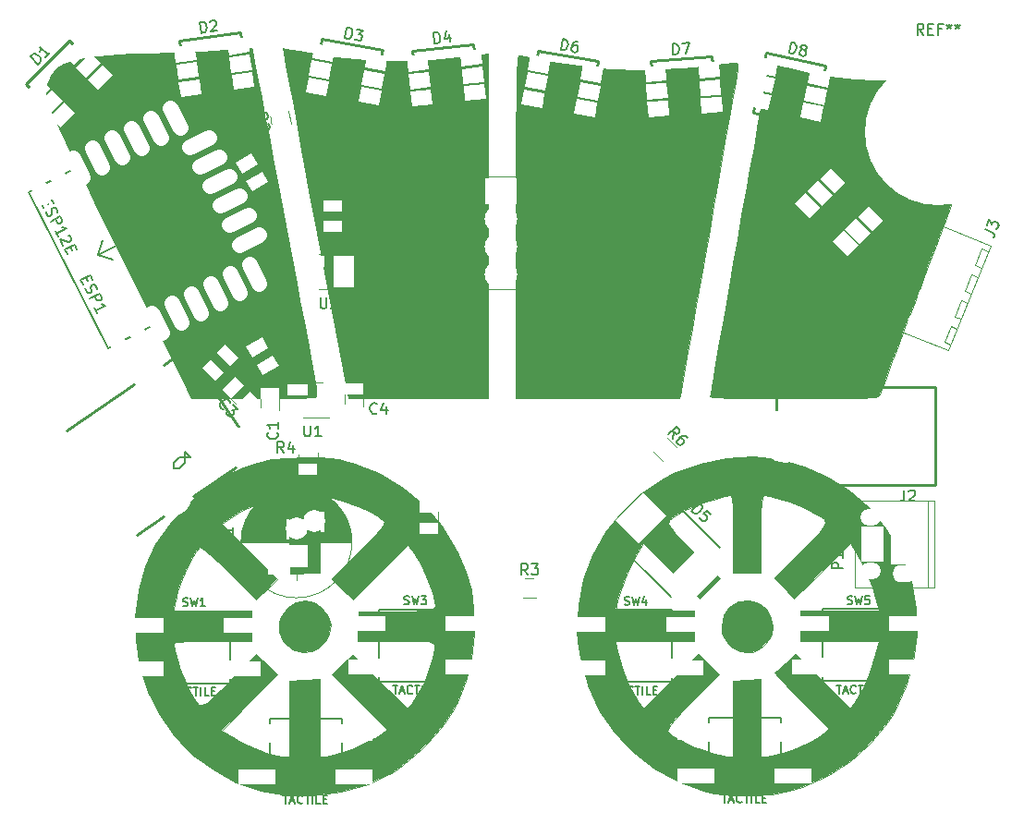
<source format=gto>
G04 #@! TF.FileFunction,Legend,Top*
%FSLAX46Y46*%
G04 Gerber Fmt 4.6, Leading zero omitted, Abs format (unit mm)*
G04 Created by KiCad (PCBNEW 4.0.7-e2-6376~58~ubuntu16.04.1) date Wed Mar 28 00:34:47 2018*
%MOMM*%
%LPD*%
G01*
G04 APERTURE LIST*
%ADD10C,0.100000*%
%ADD11C,0.200000*%
%ADD12C,0.010000*%
%ADD13C,0.120000*%
%ADD14C,0.150000*%
%ADD15C,0.250000*%
%ADD16R,1.700000X1.100000*%
%ADD17C,1.400000*%
%ADD18C,3.400000*%
%ADD19C,3.000000*%
%ADD20C,2.400000*%
%ADD21R,2.000000X2.000000*%
%ADD22C,2.000000*%
%ADD23R,1.100000X1.700000*%
%ADD24R,1.960000X1.050000*%
%ADD25R,3.500000X1.400000*%
%ADD26C,4.900000*%
%ADD27R,2.050000X0.800000*%
%ADD28O,1.900000X1.500000*%
%ADD29O,2.100000X1.600000*%
%ADD30R,2.900000X1.830000*%
%ADD31C,13.400000*%
%ADD32R,3.000000X2.400000*%
%ADD33O,3.000000X2.400000*%
G04 APERTURE END LIST*
D10*
D11*
X105156000Y-71628000D02*
X104648000Y-71628000D01*
X105664000Y-71120000D02*
X105156000Y-71628000D01*
X105664000Y-70612000D02*
X105664000Y-71120000D01*
X106172000Y-70612000D02*
X105664000Y-70612000D01*
X105664000Y-70104000D02*
X106172000Y-70612000D01*
X105664000Y-70612000D02*
X105664000Y-70104000D01*
X105156000Y-70612000D02*
X105664000Y-70612000D01*
X104648000Y-71120000D02*
X105156000Y-70612000D01*
X104648000Y-71628000D02*
X104648000Y-71120000D01*
D12*
G36*
X118005156Y-70658163D02*
X118980238Y-70716108D01*
X119794348Y-70830896D01*
X120578252Y-71017736D01*
X120971667Y-71134216D01*
X123445093Y-72103498D01*
X125643659Y-73394667D01*
X127565913Y-75006481D01*
X129210404Y-76937696D01*
X130575682Y-79187070D01*
X130727937Y-79493224D01*
X131435278Y-81157086D01*
X131890702Y-82774641D01*
X132120676Y-84482845D01*
X132151669Y-86418658D01*
X132138546Y-86792506D01*
X131916450Y-89082060D01*
X131431942Y-91130844D01*
X130653336Y-93053017D01*
X130131666Y-94023300D01*
X129440163Y-95032751D01*
X128500022Y-96157241D01*
X127414753Y-97292067D01*
X126287869Y-98332528D01*
X125222882Y-99173919D01*
X124706926Y-99510429D01*
X122447214Y-100598286D01*
X120016317Y-101315669D01*
X117467589Y-101650981D01*
X115045000Y-101610356D01*
X112623274Y-101195948D01*
X110353462Y-100410640D01*
X108264666Y-99288662D01*
X106385990Y-97864241D01*
X104746537Y-96171608D01*
X103375411Y-94244989D01*
X102301715Y-92118616D01*
X101554553Y-89826715D01*
X101163027Y-87403515D01*
X101132559Y-85247822D01*
X101197362Y-84710000D01*
X104626220Y-84710000D01*
X111772298Y-84710000D01*
X111768232Y-86085571D01*
X111764167Y-87461141D01*
X108218750Y-87461404D01*
X106856098Y-87468695D01*
X105868732Y-87492796D01*
X105208810Y-87537393D01*
X104828487Y-87606176D01*
X104679920Y-87702831D01*
X104673334Y-87734696D01*
X104757311Y-88336218D01*
X104979146Y-89180952D01*
X105293694Y-90130377D01*
X105655809Y-91045970D01*
X105958409Y-91677759D01*
X106370793Y-92453795D01*
X106688747Y-92997252D01*
X106972396Y-93300383D01*
X107281866Y-93355443D01*
X107677285Y-93154685D01*
X108218779Y-92690363D01*
X108966472Y-91954732D01*
X109726819Y-91192279D01*
X112232564Y-88693062D01*
X114165254Y-90530834D01*
X111622195Y-93093536D01*
X109079137Y-95656238D01*
X110209985Y-96356651D01*
X111110434Y-96849597D01*
X112137624Y-97311813D01*
X113165842Y-97695884D01*
X114069374Y-97954395D01*
X114674584Y-98040536D01*
X115256667Y-98045000D01*
X115256667Y-91096122D01*
X116632944Y-91025144D01*
X118009222Y-90954167D01*
X118008778Y-94499584D01*
X118008334Y-98045000D01*
X118590417Y-98040536D01*
X119267346Y-97938183D01*
X120181543Y-97671338D01*
X121204401Y-97288458D01*
X122207316Y-96838002D01*
X123061681Y-96368428D01*
X123110773Y-96337268D01*
X124180478Y-95650839D01*
X121649868Y-93090836D01*
X119119258Y-90530834D01*
X120089608Y-89625673D01*
X121059959Y-88720513D01*
X123564053Y-91213173D01*
X126068146Y-93705834D01*
X126483670Y-93176667D01*
X127026079Y-92342872D01*
X127571740Y-91264636D01*
X128040607Y-90112577D01*
X128284166Y-89338946D01*
X128468664Y-88662270D01*
X128573709Y-88170627D01*
X128548632Y-87834640D01*
X128342762Y-87624935D01*
X127905429Y-87512136D01*
X127185963Y-87466867D01*
X126133694Y-87459754D01*
X125046250Y-87461796D01*
X121500834Y-87461925D01*
X121530802Y-86138879D01*
X121560770Y-84815834D01*
X125076218Y-84757799D01*
X126423531Y-84737181D01*
X127397664Y-84705995D01*
X128048285Y-84633459D01*
X128425065Y-84488791D01*
X128577674Y-84241207D01*
X128555780Y-83859925D01*
X128409054Y-83314161D01*
X128250561Y-82790501D01*
X127806535Y-81544707D01*
X127252892Y-80365066D01*
X126665016Y-79406789D01*
X126508970Y-79204647D01*
X126075154Y-78677500D01*
X121077500Y-83634014D01*
X119129738Y-81782976D01*
X121629857Y-79289370D01*
X122579524Y-78329758D01*
X123251052Y-77617664D01*
X123676978Y-77113047D01*
X123889841Y-76775866D01*
X123922181Y-76566080D01*
X123890613Y-76507350D01*
X123357280Y-76057572D01*
X122516739Y-75568851D01*
X121476201Y-75088651D01*
X120342878Y-74664439D01*
X119223983Y-74343678D01*
X118802084Y-74254529D01*
X118008334Y-74107484D01*
X118008308Y-77662492D01*
X118008283Y-81217500D01*
X116632475Y-81232903D01*
X115256667Y-81248305D01*
X115256667Y-74107484D01*
X114462917Y-74250806D01*
X113326195Y-74544392D01*
X112062750Y-75008509D01*
X110864682Y-75564934D01*
X110043957Y-76050158D01*
X109068964Y-76720971D01*
X114118646Y-81770653D01*
X112215774Y-83673525D01*
X109737530Y-81201737D01*
X108899461Y-80386392D01*
X108155391Y-79701101D01*
X107559370Y-79192605D01*
X107165452Y-78907648D01*
X107037618Y-78866948D01*
X106682711Y-79244722D01*
X106261470Y-79932998D01*
X105817868Y-80833569D01*
X105395877Y-81848228D01*
X105039470Y-82878767D01*
X104792620Y-83826979D01*
X104773945Y-83922560D01*
X104626220Y-84710000D01*
X101197362Y-84710000D01*
X101422082Y-82844978D01*
X102036840Y-80654645D01*
X103002255Y-78621581D01*
X104343745Y-76690548D01*
X105815683Y-75071243D01*
X106791211Y-74136886D01*
X107615808Y-73439783D01*
X108408155Y-72890818D01*
X109286934Y-72400871D01*
X109541667Y-72273410D01*
X111029136Y-71594189D01*
X112355997Y-71124523D01*
X113668189Y-70831324D01*
X115111654Y-70681506D01*
X116738334Y-70641852D01*
X118005156Y-70658163D01*
X118005156Y-70658163D01*
G37*
X118005156Y-70658163D02*
X118980238Y-70716108D01*
X119794348Y-70830896D01*
X120578252Y-71017736D01*
X120971667Y-71134216D01*
X123445093Y-72103498D01*
X125643659Y-73394667D01*
X127565913Y-75006481D01*
X129210404Y-76937696D01*
X130575682Y-79187070D01*
X130727937Y-79493224D01*
X131435278Y-81157086D01*
X131890702Y-82774641D01*
X132120676Y-84482845D01*
X132151669Y-86418658D01*
X132138546Y-86792506D01*
X131916450Y-89082060D01*
X131431942Y-91130844D01*
X130653336Y-93053017D01*
X130131666Y-94023300D01*
X129440163Y-95032751D01*
X128500022Y-96157241D01*
X127414753Y-97292067D01*
X126287869Y-98332528D01*
X125222882Y-99173919D01*
X124706926Y-99510429D01*
X122447214Y-100598286D01*
X120016317Y-101315669D01*
X117467589Y-101650981D01*
X115045000Y-101610356D01*
X112623274Y-101195948D01*
X110353462Y-100410640D01*
X108264666Y-99288662D01*
X106385990Y-97864241D01*
X104746537Y-96171608D01*
X103375411Y-94244989D01*
X102301715Y-92118616D01*
X101554553Y-89826715D01*
X101163027Y-87403515D01*
X101132559Y-85247822D01*
X101197362Y-84710000D01*
X104626220Y-84710000D01*
X111772298Y-84710000D01*
X111768232Y-86085571D01*
X111764167Y-87461141D01*
X108218750Y-87461404D01*
X106856098Y-87468695D01*
X105868732Y-87492796D01*
X105208810Y-87537393D01*
X104828487Y-87606176D01*
X104679920Y-87702831D01*
X104673334Y-87734696D01*
X104757311Y-88336218D01*
X104979146Y-89180952D01*
X105293694Y-90130377D01*
X105655809Y-91045970D01*
X105958409Y-91677759D01*
X106370793Y-92453795D01*
X106688747Y-92997252D01*
X106972396Y-93300383D01*
X107281866Y-93355443D01*
X107677285Y-93154685D01*
X108218779Y-92690363D01*
X108966472Y-91954732D01*
X109726819Y-91192279D01*
X112232564Y-88693062D01*
X114165254Y-90530834D01*
X111622195Y-93093536D01*
X109079137Y-95656238D01*
X110209985Y-96356651D01*
X111110434Y-96849597D01*
X112137624Y-97311813D01*
X113165842Y-97695884D01*
X114069374Y-97954395D01*
X114674584Y-98040536D01*
X115256667Y-98045000D01*
X115256667Y-91096122D01*
X116632944Y-91025144D01*
X118009222Y-90954167D01*
X118008778Y-94499584D01*
X118008334Y-98045000D01*
X118590417Y-98040536D01*
X119267346Y-97938183D01*
X120181543Y-97671338D01*
X121204401Y-97288458D01*
X122207316Y-96838002D01*
X123061681Y-96368428D01*
X123110773Y-96337268D01*
X124180478Y-95650839D01*
X121649868Y-93090836D01*
X119119258Y-90530834D01*
X120089608Y-89625673D01*
X121059959Y-88720513D01*
X123564053Y-91213173D01*
X126068146Y-93705834D01*
X126483670Y-93176667D01*
X127026079Y-92342872D01*
X127571740Y-91264636D01*
X128040607Y-90112577D01*
X128284166Y-89338946D01*
X128468664Y-88662270D01*
X128573709Y-88170627D01*
X128548632Y-87834640D01*
X128342762Y-87624935D01*
X127905429Y-87512136D01*
X127185963Y-87466867D01*
X126133694Y-87459754D01*
X125046250Y-87461796D01*
X121500834Y-87461925D01*
X121530802Y-86138879D01*
X121560770Y-84815834D01*
X125076218Y-84757799D01*
X126423531Y-84737181D01*
X127397664Y-84705995D01*
X128048285Y-84633459D01*
X128425065Y-84488791D01*
X128577674Y-84241207D01*
X128555780Y-83859925D01*
X128409054Y-83314161D01*
X128250561Y-82790501D01*
X127806535Y-81544707D01*
X127252892Y-80365066D01*
X126665016Y-79406789D01*
X126508970Y-79204647D01*
X126075154Y-78677500D01*
X121077500Y-83634014D01*
X119129738Y-81782976D01*
X121629857Y-79289370D01*
X122579524Y-78329758D01*
X123251052Y-77617664D01*
X123676978Y-77113047D01*
X123889841Y-76775866D01*
X123922181Y-76566080D01*
X123890613Y-76507350D01*
X123357280Y-76057572D01*
X122516739Y-75568851D01*
X121476201Y-75088651D01*
X120342878Y-74664439D01*
X119223983Y-74343678D01*
X118802084Y-74254529D01*
X118008334Y-74107484D01*
X118008308Y-77662492D01*
X118008283Y-81217500D01*
X116632475Y-81232903D01*
X115256667Y-81248305D01*
X115256667Y-74107484D01*
X114462917Y-74250806D01*
X113326195Y-74544392D01*
X112062750Y-75008509D01*
X110864682Y-75564934D01*
X110043957Y-76050158D01*
X109068964Y-76720971D01*
X114118646Y-81770653D01*
X112215774Y-83673525D01*
X109737530Y-81201737D01*
X108899461Y-80386392D01*
X108155391Y-79701101D01*
X107559370Y-79192605D01*
X107165452Y-78907648D01*
X107037618Y-78866948D01*
X106682711Y-79244722D01*
X106261470Y-79932998D01*
X105817868Y-80833569D01*
X105395877Y-81848228D01*
X105039470Y-82878767D01*
X104792620Y-83826979D01*
X104773945Y-83922560D01*
X104626220Y-84710000D01*
X101197362Y-84710000D01*
X101422082Y-82844978D01*
X102036840Y-80654645D01*
X103002255Y-78621581D01*
X104343745Y-76690548D01*
X105815683Y-75071243D01*
X106791211Y-74136886D01*
X107615808Y-73439783D01*
X108408155Y-72890818D01*
X109286934Y-72400871D01*
X109541667Y-72273410D01*
X111029136Y-71594189D01*
X112355997Y-71124523D01*
X113668189Y-70831324D01*
X115111654Y-70681506D01*
X116738334Y-70641852D01*
X118005156Y-70658163D01*
G36*
X160098211Y-70826065D02*
X162388995Y-71444272D01*
X164557972Y-72408150D01*
X166566035Y-73703461D01*
X168374076Y-75315967D01*
X169942986Y-77231429D01*
X171233657Y-79435609D01*
X171353319Y-79687244D01*
X172205203Y-82006962D01*
X172665951Y-84421112D01*
X172740133Y-86873692D01*
X172432316Y-89308703D01*
X171747070Y-91670144D01*
X170688963Y-93902015D01*
X170119646Y-94809165D01*
X168516325Y-96805115D01*
X166634612Y-98502440D01*
X164516642Y-99871368D01*
X162204547Y-100882131D01*
X161026105Y-101234424D01*
X159475100Y-101511204D01*
X157702145Y-101634002D01*
X155876134Y-101603196D01*
X154165964Y-101419168D01*
X153193580Y-101216805D01*
X150856057Y-100390443D01*
X148689234Y-99199525D01*
X146735692Y-97682978D01*
X145038012Y-95879727D01*
X143638777Y-93828698D01*
X142580567Y-91568815D01*
X142550695Y-91487691D01*
X141873171Y-89045565D01*
X141695859Y-87461667D01*
X145093601Y-87461667D01*
X145224694Y-88043750D01*
X145700577Y-89827588D01*
X146271835Y-91310684D01*
X146987748Y-92613111D01*
X147274562Y-93038518D01*
X147699832Y-93641202D01*
X150207951Y-91139618D01*
X152716070Y-88638033D01*
X153674225Y-89578390D01*
X154632379Y-90518748D01*
X152158679Y-92998909D01*
X151220674Y-93951187D01*
X150558482Y-94655976D01*
X150138676Y-95154891D01*
X149927829Y-95489548D01*
X149892513Y-95701562D01*
X149929673Y-95773909D01*
X150419517Y-96180308D01*
X151206810Y-96637275D01*
X152177292Y-97096863D01*
X153216702Y-97511124D01*
X154210779Y-97832110D01*
X155045262Y-98011872D01*
X155314584Y-98033617D01*
X155896667Y-98045000D01*
X155896667Y-91097601D01*
X157167053Y-91025884D01*
X158437438Y-90954167D01*
X158437053Y-94499584D01*
X158436667Y-98045000D01*
X158927416Y-98045000D01*
X159744332Y-97935061D01*
X160779358Y-97640406D01*
X161900143Y-97213778D01*
X162974333Y-96707920D01*
X163869577Y-96175575D01*
X164153687Y-95962303D01*
X164680834Y-95528488D01*
X162151298Y-92983918D01*
X161326210Y-92145053D01*
X160625465Y-91415554D01*
X160095578Y-90845262D01*
X159783064Y-90484017D01*
X159720381Y-90379258D01*
X159916768Y-90213162D01*
X160323033Y-89845468D01*
X160718703Y-89479169D01*
X161618406Y-88639172D01*
X166633502Y-93641202D01*
X167058772Y-93038518D01*
X167835454Y-91770319D01*
X168450632Y-90362510D01*
X168953583Y-88695017D01*
X169108640Y-88043750D01*
X169239732Y-87461667D01*
X162035000Y-87461667D01*
X162035000Y-84710000D01*
X169239732Y-84710000D01*
X169111182Y-84127917D01*
X168667062Y-82548013D01*
X168064788Y-81016151D01*
X167399340Y-79755196D01*
X166633259Y-78530454D01*
X164069546Y-81059673D01*
X161505834Y-83588891D01*
X160583851Y-82640499D01*
X159661869Y-81692106D01*
X162171351Y-79168283D01*
X163128298Y-78209442D01*
X163806642Y-77503737D01*
X164213900Y-76992297D01*
X164357585Y-76616252D01*
X164245214Y-76316730D01*
X163884300Y-76034862D01*
X163282361Y-75711776D01*
X162653075Y-75394670D01*
X161910397Y-75062685D01*
X161010477Y-74727441D01*
X160086816Y-74431445D01*
X159272918Y-74217203D01*
X158702282Y-74127224D01*
X158670697Y-74126667D01*
X158573788Y-74301233D01*
X158503556Y-74837050D01*
X158458803Y-75752295D01*
X158438330Y-77065145D01*
X158436667Y-77675611D01*
X158436667Y-81224556D01*
X155896667Y-81224556D01*
X155896667Y-77675611D01*
X155885155Y-76206030D01*
X155849822Y-75140999D01*
X155789467Y-74462342D01*
X155702893Y-74151882D01*
X155662636Y-74126667D01*
X155117608Y-74204693D01*
X154318479Y-74410432D01*
X153398750Y-74701377D01*
X152491924Y-75035020D01*
X151731502Y-75368854D01*
X151680259Y-75394670D01*
X150896234Y-75790422D01*
X150347396Y-76099215D01*
X150041260Y-76379919D01*
X149985343Y-76691407D01*
X150187157Y-77092547D01*
X150654220Y-77642210D01*
X151394046Y-78399268D01*
X152161982Y-79168283D01*
X154671464Y-81692106D01*
X153749482Y-82640499D01*
X152827500Y-83588891D01*
X147707494Y-78537855D01*
X147021756Y-79606486D01*
X146215503Y-81098365D01*
X145598611Y-82711906D01*
X145327250Y-83795066D01*
X145156321Y-84710000D01*
X152298334Y-84710000D01*
X152298334Y-87461667D01*
X145093601Y-87461667D01*
X141695859Y-87461667D01*
X141598719Y-86593942D01*
X141710723Y-84173368D01*
X142192563Y-81824388D01*
X143027622Y-79587546D01*
X144199282Y-77503388D01*
X145690925Y-75612459D01*
X147485933Y-73955304D01*
X149567688Y-72572469D01*
X150499167Y-72094716D01*
X152886098Y-71187855D01*
X155307655Y-70683619D01*
X157724728Y-70567768D01*
X160098211Y-70826065D01*
X160098211Y-70826065D01*
G37*
X160098211Y-70826065D02*
X162388995Y-71444272D01*
X164557972Y-72408150D01*
X166566035Y-73703461D01*
X168374076Y-75315967D01*
X169942986Y-77231429D01*
X171233657Y-79435609D01*
X171353319Y-79687244D01*
X172205203Y-82006962D01*
X172665951Y-84421112D01*
X172740133Y-86873692D01*
X172432316Y-89308703D01*
X171747070Y-91670144D01*
X170688963Y-93902015D01*
X170119646Y-94809165D01*
X168516325Y-96805115D01*
X166634612Y-98502440D01*
X164516642Y-99871368D01*
X162204547Y-100882131D01*
X161026105Y-101234424D01*
X159475100Y-101511204D01*
X157702145Y-101634002D01*
X155876134Y-101603196D01*
X154165964Y-101419168D01*
X153193580Y-101216805D01*
X150856057Y-100390443D01*
X148689234Y-99199525D01*
X146735692Y-97682978D01*
X145038012Y-95879727D01*
X143638777Y-93828698D01*
X142580567Y-91568815D01*
X142550695Y-91487691D01*
X141873171Y-89045565D01*
X141695859Y-87461667D01*
X145093601Y-87461667D01*
X145224694Y-88043750D01*
X145700577Y-89827588D01*
X146271835Y-91310684D01*
X146987748Y-92613111D01*
X147274562Y-93038518D01*
X147699832Y-93641202D01*
X150207951Y-91139618D01*
X152716070Y-88638033D01*
X153674225Y-89578390D01*
X154632379Y-90518748D01*
X152158679Y-92998909D01*
X151220674Y-93951187D01*
X150558482Y-94655976D01*
X150138676Y-95154891D01*
X149927829Y-95489548D01*
X149892513Y-95701562D01*
X149929673Y-95773909D01*
X150419517Y-96180308D01*
X151206810Y-96637275D01*
X152177292Y-97096863D01*
X153216702Y-97511124D01*
X154210779Y-97832110D01*
X155045262Y-98011872D01*
X155314584Y-98033617D01*
X155896667Y-98045000D01*
X155896667Y-91097601D01*
X157167053Y-91025884D01*
X158437438Y-90954167D01*
X158437053Y-94499584D01*
X158436667Y-98045000D01*
X158927416Y-98045000D01*
X159744332Y-97935061D01*
X160779358Y-97640406D01*
X161900143Y-97213778D01*
X162974333Y-96707920D01*
X163869577Y-96175575D01*
X164153687Y-95962303D01*
X164680834Y-95528488D01*
X162151298Y-92983918D01*
X161326210Y-92145053D01*
X160625465Y-91415554D01*
X160095578Y-90845262D01*
X159783064Y-90484017D01*
X159720381Y-90379258D01*
X159916768Y-90213162D01*
X160323033Y-89845468D01*
X160718703Y-89479169D01*
X161618406Y-88639172D01*
X166633502Y-93641202D01*
X167058772Y-93038518D01*
X167835454Y-91770319D01*
X168450632Y-90362510D01*
X168953583Y-88695017D01*
X169108640Y-88043750D01*
X169239732Y-87461667D01*
X162035000Y-87461667D01*
X162035000Y-84710000D01*
X169239732Y-84710000D01*
X169111182Y-84127917D01*
X168667062Y-82548013D01*
X168064788Y-81016151D01*
X167399340Y-79755196D01*
X166633259Y-78530454D01*
X164069546Y-81059673D01*
X161505834Y-83588891D01*
X160583851Y-82640499D01*
X159661869Y-81692106D01*
X162171351Y-79168283D01*
X163128298Y-78209442D01*
X163806642Y-77503737D01*
X164213900Y-76992297D01*
X164357585Y-76616252D01*
X164245214Y-76316730D01*
X163884300Y-76034862D01*
X163282361Y-75711776D01*
X162653075Y-75394670D01*
X161910397Y-75062685D01*
X161010477Y-74727441D01*
X160086816Y-74431445D01*
X159272918Y-74217203D01*
X158702282Y-74127224D01*
X158670697Y-74126667D01*
X158573788Y-74301233D01*
X158503556Y-74837050D01*
X158458803Y-75752295D01*
X158438330Y-77065145D01*
X158436667Y-77675611D01*
X158436667Y-81224556D01*
X155896667Y-81224556D01*
X155896667Y-77675611D01*
X155885155Y-76206030D01*
X155849822Y-75140999D01*
X155789467Y-74462342D01*
X155702893Y-74151882D01*
X155662636Y-74126667D01*
X155117608Y-74204693D01*
X154318479Y-74410432D01*
X153398750Y-74701377D01*
X152491924Y-75035020D01*
X151731502Y-75368854D01*
X151680259Y-75394670D01*
X150896234Y-75790422D01*
X150347396Y-76099215D01*
X150041260Y-76379919D01*
X149985343Y-76691407D01*
X150187157Y-77092547D01*
X150654220Y-77642210D01*
X151394046Y-78399268D01*
X152161982Y-79168283D01*
X154671464Y-81692106D01*
X153749482Y-82640499D01*
X152827500Y-83588891D01*
X147707494Y-78537855D01*
X147021756Y-79606486D01*
X146215503Y-81098365D01*
X145598611Y-82711906D01*
X145327250Y-83795066D01*
X145156321Y-84710000D01*
X152298334Y-84710000D01*
X152298334Y-87461667D01*
X145093601Y-87461667D01*
X141695859Y-87461667D01*
X141598719Y-86593942D01*
X141710723Y-84173368D01*
X142192563Y-81824388D01*
X143027622Y-79587546D01*
X144199282Y-77503388D01*
X145690925Y-75612459D01*
X147485933Y-73955304D01*
X149567688Y-72572469D01*
X150499167Y-72094716D01*
X152886098Y-71187855D01*
X155307655Y-70683619D01*
X157724728Y-70567768D01*
X160098211Y-70826065D01*
G36*
X111771804Y-33106248D02*
X111825208Y-33323685D01*
X111948770Y-33918235D01*
X112135097Y-34850842D01*
X112376798Y-36082448D01*
X112666481Y-37573998D01*
X112996755Y-39286435D01*
X113360227Y-41180701D01*
X113749506Y-43217742D01*
X114157201Y-45358499D01*
X114575919Y-47563916D01*
X114998268Y-49794937D01*
X115416857Y-52012505D01*
X115824295Y-54177563D01*
X116213189Y-56251055D01*
X116576147Y-58193925D01*
X116905779Y-59967115D01*
X117194692Y-61531569D01*
X117435494Y-62848230D01*
X117620793Y-63878043D01*
X117743199Y-64581949D01*
X117795319Y-64920893D01*
X117796667Y-64940490D01*
X117736204Y-65030203D01*
X117526223Y-65100435D01*
X117123831Y-65153382D01*
X116486138Y-65191239D01*
X115570254Y-65216205D01*
X114333286Y-65230475D01*
X112732345Y-65236245D01*
X112013491Y-65236667D01*
X106230315Y-65236667D01*
X99645533Y-51848750D01*
X98547130Y-49608223D01*
X97502499Y-47463226D01*
X96527086Y-45446370D01*
X95636340Y-43590263D01*
X94845707Y-41927515D01*
X94170635Y-40490736D01*
X93626571Y-39312535D01*
X93228963Y-38425523D01*
X92993257Y-37862308D01*
X92932876Y-37678234D01*
X92969208Y-36665010D01*
X93367310Y-35688950D01*
X93909979Y-35028422D01*
X94579227Y-34600255D01*
X95579380Y-34252598D01*
X96928759Y-33982475D01*
X98645684Y-33786912D01*
X100748474Y-33662934D01*
X102614887Y-33614770D01*
X104134751Y-33580648D01*
X105679867Y-33524628D01*
X107139253Y-33452247D01*
X108401923Y-33369043D01*
X109356894Y-33280553D01*
X109388540Y-33276812D01*
X110323371Y-33174929D01*
X111092588Y-33109784D01*
X111605790Y-33087845D01*
X111771804Y-33106248D01*
X111771804Y-33106248D01*
G37*
X111771804Y-33106248D02*
X111825208Y-33323685D01*
X111948770Y-33918235D01*
X112135097Y-34850842D01*
X112376798Y-36082448D01*
X112666481Y-37573998D01*
X112996755Y-39286435D01*
X113360227Y-41180701D01*
X113749506Y-43217742D01*
X114157201Y-45358499D01*
X114575919Y-47563916D01*
X114998268Y-49794937D01*
X115416857Y-52012505D01*
X115824295Y-54177563D01*
X116213189Y-56251055D01*
X116576147Y-58193925D01*
X116905779Y-59967115D01*
X117194692Y-61531569D01*
X117435494Y-62848230D01*
X117620793Y-63878043D01*
X117743199Y-64581949D01*
X117795319Y-64920893D01*
X117796667Y-64940490D01*
X117736204Y-65030203D01*
X117526223Y-65100435D01*
X117123831Y-65153382D01*
X116486138Y-65191239D01*
X115570254Y-65216205D01*
X114333286Y-65230475D01*
X112732345Y-65236245D01*
X112013491Y-65236667D01*
X106230315Y-65236667D01*
X99645533Y-51848750D01*
X98547130Y-49608223D01*
X97502499Y-47463226D01*
X96527086Y-45446370D01*
X95636340Y-43590263D01*
X94845707Y-41927515D01*
X94170635Y-40490736D01*
X93626571Y-39312535D01*
X93228963Y-38425523D01*
X92993257Y-37862308D01*
X92932876Y-37678234D01*
X92969208Y-36665010D01*
X93367310Y-35688950D01*
X93909979Y-35028422D01*
X94579227Y-34600255D01*
X95579380Y-34252598D01*
X96928759Y-33982475D01*
X98645684Y-33786912D01*
X100748474Y-33662934D01*
X102614887Y-33614770D01*
X104134751Y-33580648D01*
X105679867Y-33524628D01*
X107139253Y-33452247D01*
X108401923Y-33369043D01*
X109356894Y-33280553D01*
X109388540Y-33276812D01*
X110323371Y-33174929D01*
X111092588Y-33109784D01*
X111605790Y-33087845D01*
X111771804Y-33106248D01*
G36*
X114886766Y-33173876D02*
X115424683Y-33260867D01*
X116186104Y-33404442D01*
X116632500Y-33494776D01*
X119473220Y-33986123D01*
X122294646Y-34269698D01*
X125189710Y-34347255D01*
X128251342Y-34220552D01*
X131572473Y-33891343D01*
X132348750Y-33791706D01*
X133460000Y-33643795D01*
X133460000Y-65236667D01*
X120641240Y-65236667D01*
X117624402Y-49227607D01*
X117146379Y-46686167D01*
X116693216Y-44267592D01*
X116270781Y-42003773D01*
X115884944Y-39926600D01*
X115541573Y-38067964D01*
X115246536Y-36459754D01*
X115005702Y-35133860D01*
X114824939Y-34122173D01*
X114710117Y-33456584D01*
X114667102Y-33168981D01*
X114667532Y-33159700D01*
X114886766Y-33173876D01*
X114886766Y-33173876D01*
G37*
X114886766Y-33173876D02*
X115424683Y-33260867D01*
X116186104Y-33404442D01*
X116632500Y-33494776D01*
X119473220Y-33986123D01*
X122294646Y-34269698D01*
X125189710Y-34347255D01*
X128251342Y-34220552D01*
X131572473Y-33891343D01*
X132348750Y-33791706D01*
X133460000Y-33643795D01*
X133460000Y-65236667D01*
X120641240Y-65236667D01*
X117624402Y-49227607D01*
X117146379Y-46686167D01*
X116693216Y-44267592D01*
X116270781Y-42003773D01*
X115884944Y-39926600D01*
X115541573Y-38067964D01*
X115246536Y-36459754D01*
X115005702Y-35133860D01*
X114824939Y-34122173D01*
X114710117Y-33456584D01*
X114667102Y-33168981D01*
X114667532Y-33159700D01*
X114886766Y-33173876D01*
G36*
X136815524Y-33915078D02*
X137645482Y-34094106D01*
X138708833Y-34294058D01*
X139912257Y-34499032D01*
X141162432Y-34693124D01*
X142366037Y-34860433D01*
X143420173Y-34984081D01*
X145058741Y-35093311D01*
X146985172Y-35126757D01*
X149071493Y-35087965D01*
X151189734Y-34980480D01*
X153211922Y-34807849D01*
X154256250Y-34683833D01*
X155200046Y-34562643D01*
X155801552Y-34505903D01*
X156137502Y-34517813D01*
X156284629Y-34602571D01*
X156319668Y-34764378D01*
X156320000Y-34796759D01*
X156284065Y-35049485D01*
X156180716Y-35680862D01*
X156016640Y-36652746D01*
X155798521Y-37926991D01*
X155533046Y-39465452D01*
X155226899Y-41229983D01*
X154886767Y-43182438D01*
X154519335Y-45284672D01*
X154131289Y-47498539D01*
X153729314Y-49785893D01*
X153320096Y-52108590D01*
X152910320Y-54428482D01*
X152506673Y-56707426D01*
X152115839Y-58907275D01*
X151744504Y-60989883D01*
X151399354Y-62917106D01*
X151105517Y-64548750D01*
X150981220Y-65236667D01*
X136000000Y-65236667D01*
X136000000Y-49444854D01*
X136000779Y-46455123D01*
X136003476Y-43861731D01*
X136008627Y-41637688D01*
X136016772Y-39756002D01*
X136028446Y-38189683D01*
X136044190Y-36911738D01*
X136064539Y-35895176D01*
X136090033Y-35113007D01*
X136121209Y-34538239D01*
X136158604Y-34143880D01*
X136202757Y-33902940D01*
X136254206Y-33788428D01*
X136312282Y-33772875D01*
X136815524Y-33915078D01*
X136815524Y-33915078D01*
G37*
X136815524Y-33915078D02*
X137645482Y-34094106D01*
X138708833Y-34294058D01*
X139912257Y-34499032D01*
X141162432Y-34693124D01*
X142366037Y-34860433D01*
X143420173Y-34984081D01*
X145058741Y-35093311D01*
X146985172Y-35126757D01*
X149071493Y-35087965D01*
X151189734Y-34980480D01*
X153211922Y-34807849D01*
X154256250Y-34683833D01*
X155200046Y-34562643D01*
X155801552Y-34505903D01*
X156137502Y-34517813D01*
X156284629Y-34602571D01*
X156319668Y-34764378D01*
X156320000Y-34796759D01*
X156284065Y-35049485D01*
X156180716Y-35680862D01*
X156016640Y-36652746D01*
X155798521Y-37926991D01*
X155533046Y-39465452D01*
X155226899Y-41229983D01*
X154886767Y-43182438D01*
X154519335Y-45284672D01*
X154131289Y-47498539D01*
X153729314Y-49785893D01*
X153320096Y-52108590D01*
X152910320Y-54428482D01*
X152506673Y-56707426D01*
X152115839Y-58907275D01*
X151744504Y-60989883D01*
X151399354Y-62917106D01*
X151105517Y-64548750D01*
X150981220Y-65236667D01*
X136000000Y-65236667D01*
X136000000Y-49444854D01*
X136000779Y-46455123D01*
X136003476Y-43861731D01*
X136008627Y-41637688D01*
X136016772Y-39756002D01*
X136028446Y-38189683D01*
X136044190Y-36911738D01*
X136064539Y-35895176D01*
X136090033Y-35113007D01*
X136121209Y-34538239D01*
X136158604Y-34143880D01*
X136202757Y-33902940D01*
X136254206Y-33788428D01*
X136312282Y-33772875D01*
X136815524Y-33915078D01*
G36*
X159395804Y-34606157D02*
X159919094Y-34712766D01*
X160651329Y-34885928D01*
X160899238Y-34948336D01*
X162516167Y-35334793D01*
X164015893Y-35629137D01*
X165504337Y-35843570D01*
X167087425Y-35990294D01*
X168871079Y-36081512D01*
X170961222Y-36129427D01*
X171175103Y-36132116D01*
X172703609Y-36153061D01*
X173873422Y-36178919D01*
X174749180Y-36215766D01*
X175395521Y-36269677D01*
X175877085Y-36346729D01*
X176258509Y-36452994D01*
X176604431Y-36594550D01*
X176730529Y-36654258D01*
X177402356Y-37050150D01*
X177974308Y-37505401D01*
X178141321Y-37685567D01*
X178325040Y-37944290D01*
X178462297Y-38222872D01*
X178544689Y-38551251D01*
X178563816Y-38959366D01*
X178511278Y-39477152D01*
X178378672Y-40134549D01*
X178157599Y-40961494D01*
X177839658Y-41987924D01*
X177416447Y-43243778D01*
X176879565Y-44758994D01*
X176220613Y-46563508D01*
X175431188Y-48687258D01*
X174502890Y-51160183D01*
X173944224Y-52642500D01*
X173137183Y-54781887D01*
X172372235Y-56809384D01*
X171662862Y-58689275D01*
X171022549Y-60385844D01*
X170464776Y-61863375D01*
X170003028Y-63086152D01*
X169650788Y-64018458D01*
X169421537Y-64624577D01*
X169329748Y-64866250D01*
X169267416Y-64963145D01*
X169135778Y-65041584D01*
X168893898Y-65103499D01*
X168500839Y-65150823D01*
X167915665Y-65185488D01*
X167097437Y-65209427D01*
X166005220Y-65224573D01*
X164598077Y-65232857D01*
X162835071Y-65236213D01*
X161483188Y-65236667D01*
X159724506Y-65232466D01*
X158106680Y-65220507D01*
X156676719Y-65201760D01*
X155481633Y-65177193D01*
X154568429Y-65147773D01*
X153984118Y-65114470D01*
X153775707Y-65078250D01*
X153775681Y-65077917D01*
X153810671Y-64843168D01*
X153912771Y-64233673D01*
X154074897Y-63289386D01*
X154289966Y-62050263D01*
X154550893Y-60556260D01*
X154850594Y-58847333D01*
X155181986Y-56963438D01*
X155537985Y-54944529D01*
X155911505Y-52830563D01*
X156295465Y-50661496D01*
X156682778Y-48477283D01*
X157066362Y-46317880D01*
X157439133Y-44223243D01*
X157794007Y-42233327D01*
X158123898Y-40388089D01*
X158421725Y-38727483D01*
X158680402Y-37291466D01*
X158892846Y-36119993D01*
X159051972Y-35253020D01*
X159150698Y-34730503D01*
X159181563Y-34587152D01*
X159395804Y-34606157D01*
X159395804Y-34606157D01*
G37*
X159395804Y-34606157D02*
X159919094Y-34712766D01*
X160651329Y-34885928D01*
X160899238Y-34948336D01*
X162516167Y-35334793D01*
X164015893Y-35629137D01*
X165504337Y-35843570D01*
X167087425Y-35990294D01*
X168871079Y-36081512D01*
X170961222Y-36129427D01*
X171175103Y-36132116D01*
X172703609Y-36153061D01*
X173873422Y-36178919D01*
X174749180Y-36215766D01*
X175395521Y-36269677D01*
X175877085Y-36346729D01*
X176258509Y-36452994D01*
X176604431Y-36594550D01*
X176730529Y-36654258D01*
X177402356Y-37050150D01*
X177974308Y-37505401D01*
X178141321Y-37685567D01*
X178325040Y-37944290D01*
X178462297Y-38222872D01*
X178544689Y-38551251D01*
X178563816Y-38959366D01*
X178511278Y-39477152D01*
X178378672Y-40134549D01*
X178157599Y-40961494D01*
X177839658Y-41987924D01*
X177416447Y-43243778D01*
X176879565Y-44758994D01*
X176220613Y-46563508D01*
X175431188Y-48687258D01*
X174502890Y-51160183D01*
X173944224Y-52642500D01*
X173137183Y-54781887D01*
X172372235Y-56809384D01*
X171662862Y-58689275D01*
X171022549Y-60385844D01*
X170464776Y-61863375D01*
X170003028Y-63086152D01*
X169650788Y-64018458D01*
X169421537Y-64624577D01*
X169329748Y-64866250D01*
X169267416Y-64963145D01*
X169135778Y-65041584D01*
X168893898Y-65103499D01*
X168500839Y-65150823D01*
X167915665Y-65185488D01*
X167097437Y-65209427D01*
X166005220Y-65224573D01*
X164598077Y-65232857D01*
X162835071Y-65236213D01*
X161483188Y-65236667D01*
X159724506Y-65232466D01*
X158106680Y-65220507D01*
X156676719Y-65201760D01*
X155481633Y-65177193D01*
X154568429Y-65147773D01*
X153984118Y-65114470D01*
X153775707Y-65078250D01*
X153775681Y-65077917D01*
X153810671Y-64843168D01*
X153912771Y-64233673D01*
X154074897Y-63289386D01*
X154289966Y-62050263D01*
X154550893Y-60556260D01*
X154850594Y-58847333D01*
X155181986Y-56963438D01*
X155537985Y-54944529D01*
X155911505Y-52830563D01*
X156295465Y-50661496D01*
X156682778Y-48477283D01*
X157066362Y-46317880D01*
X157439133Y-44223243D01*
X157794007Y-42233327D01*
X158123898Y-40388089D01*
X158421725Y-38727483D01*
X158680402Y-37291466D01*
X158892846Y-36119993D01*
X159051972Y-35253020D01*
X159150698Y-34730503D01*
X159181563Y-34587152D01*
X159395804Y-34606157D01*
G36*
X117541926Y-83945734D02*
X118230745Y-84402794D01*
X118802819Y-85181260D01*
X119014870Y-86001131D01*
X118916951Y-86798701D01*
X118559118Y-87510266D01*
X117991423Y-88072119D01*
X117263921Y-88420555D01*
X116426664Y-88491868D01*
X115529708Y-88222354D01*
X115321113Y-88105998D01*
X114663643Y-87476958D01*
X114312553Y-86647696D01*
X114305467Y-85745071D01*
X114471765Y-85242188D01*
X115048818Y-84441589D01*
X115815577Y-83944642D01*
X116677971Y-83772355D01*
X117541926Y-83945734D01*
X117541926Y-83945734D01*
G37*
X117541926Y-83945734D02*
X118230745Y-84402794D01*
X118802819Y-85181260D01*
X119014870Y-86001131D01*
X118916951Y-86798701D01*
X118559118Y-87510266D01*
X117991423Y-88072119D01*
X117263921Y-88420555D01*
X116426664Y-88491868D01*
X115529708Y-88222354D01*
X115321113Y-88105998D01*
X114663643Y-87476958D01*
X114312553Y-86647696D01*
X114305467Y-85745071D01*
X114471765Y-85242188D01*
X115048818Y-84441589D01*
X115815577Y-83944642D01*
X116677971Y-83772355D01*
X117541926Y-83945734D01*
G36*
X158258801Y-83977950D02*
X158944699Y-84531546D01*
X159378865Y-85342146D01*
X159495000Y-86135545D01*
X159438139Y-86804714D01*
X159206355Y-87311160D01*
X158775334Y-87800334D01*
X158222695Y-88272468D01*
X157697236Y-88481250D01*
X157166667Y-88520000D01*
X156518272Y-88454830D01*
X156004007Y-88198473D01*
X155558000Y-87800334D01*
X155091756Y-87259415D01*
X154882614Y-86745876D01*
X154838334Y-86135545D01*
X155011063Y-85130954D01*
X155522924Y-84376044D01*
X156364425Y-83884381D01*
X156429143Y-83862241D01*
X157395504Y-83736476D01*
X158258801Y-83977950D01*
X158258801Y-83977950D01*
G37*
X158258801Y-83977950D02*
X158944699Y-84531546D01*
X159378865Y-85342146D01*
X159495000Y-86135545D01*
X159438139Y-86804714D01*
X159206355Y-87311160D01*
X158775334Y-87800334D01*
X158222695Y-88272468D01*
X157697236Y-88481250D01*
X157166667Y-88520000D01*
X156518272Y-88454830D01*
X156004007Y-88198473D01*
X155558000Y-87800334D01*
X155091756Y-87259415D01*
X154882614Y-86745876D01*
X154838334Y-86135545D01*
X155011063Y-85130954D01*
X155522924Y-84376044D01*
X156364425Y-83884381D01*
X156429143Y-83862241D01*
X157395504Y-83736476D01*
X158258801Y-83977950D01*
D13*
X114340000Y-65110000D02*
X114340000Y-66310000D01*
X112580000Y-66310000D02*
X112580000Y-65110000D01*
X107863482Y-61772010D02*
X108712010Y-60923482D01*
X109956518Y-62167990D02*
X109107990Y-63016518D01*
X110947990Y-63883482D02*
X111796518Y-64732010D01*
X110552010Y-65976518D02*
X109703482Y-65127990D01*
X120290000Y-65950000D02*
X120290000Y-64750000D01*
X122050000Y-64750000D02*
X122050000Y-65950000D01*
X112282102Y-43580385D02*
X112882102Y-44619615D01*
X111357898Y-45499615D02*
X110757898Y-44460385D01*
X120100000Y-47960000D02*
X120100000Y-49160000D01*
X118340000Y-49160000D02*
X118340000Y-47960000D01*
D14*
X97708993Y-52113990D02*
X99053990Y-52551007D01*
X97708993Y-52113990D02*
X98146010Y-50768993D01*
X97708993Y-52113990D02*
X101273020Y-50298029D01*
X112924002Y-53340166D02*
X98667898Y-60604014D01*
X98667898Y-60604014D02*
X91404050Y-46347910D01*
X91404050Y-46347910D02*
X105660154Y-39084062D01*
X112924002Y-53340166D02*
X105660154Y-39084062D01*
D15*
X94806621Y-68176380D02*
X101024403Y-63982433D01*
X103724452Y-76032733D02*
X101237339Y-77710312D01*
X110356752Y-71559190D02*
X106418824Y-74215356D01*
X103718775Y-62165056D02*
X105791369Y-60767074D01*
X105791369Y-60767074D02*
X110544508Y-67813893D01*
D13*
X179473306Y-51241070D02*
X173910203Y-48993430D01*
X173910203Y-48993430D02*
X170029279Y-58599055D01*
X170029279Y-58599055D02*
X175592382Y-60846695D01*
X175592382Y-60846695D02*
X179473306Y-51241070D01*
X173396992Y-50263672D02*
X174324176Y-50638279D01*
X174324176Y-50638279D02*
X171469674Y-57703420D01*
X171469674Y-57703420D02*
X170542490Y-57328813D01*
X174324176Y-50638279D02*
X174629213Y-51031156D01*
X174629213Y-51031156D02*
X171962014Y-57632705D01*
X171962014Y-57632705D02*
X171469674Y-57703420D01*
X173303340Y-50495468D02*
X174230524Y-50870075D01*
X170636142Y-57097017D02*
X171563325Y-57471624D01*
X179259781Y-51769565D02*
X178684927Y-51537309D01*
X178684927Y-51537309D02*
X178085556Y-53020803D01*
X178085556Y-53020803D02*
X178660410Y-53253059D01*
X178308280Y-54124612D02*
X177733426Y-53892356D01*
X177733426Y-53892356D02*
X177134055Y-55375850D01*
X177134055Y-55375850D02*
X177708909Y-55608106D01*
X177356779Y-56479659D02*
X176781925Y-56247403D01*
X176781925Y-56247403D02*
X176182554Y-57730897D01*
X176182554Y-57730897D02*
X176757408Y-57963153D01*
X176405278Y-58834706D02*
X175830424Y-58602450D01*
X175830424Y-58602450D02*
X175231054Y-60085944D01*
X175231054Y-60085944D02*
X175805908Y-60318200D01*
X120990000Y-78430000D02*
G75*
G03X120990000Y-78430000I-5090000J0D01*
G01*
X110850000Y-78430000D02*
X120950000Y-78430000D01*
X110850000Y-78390000D02*
X120950000Y-78390000D01*
X110850000Y-78350000D02*
X120950000Y-78350000D01*
X110851000Y-78310000D02*
X120949000Y-78310000D01*
X110852000Y-78270000D02*
X120948000Y-78270000D01*
X110853000Y-78230000D02*
X120947000Y-78230000D01*
X110855000Y-78190000D02*
X120945000Y-78190000D01*
X110857000Y-78150000D02*
X114920000Y-78150000D01*
X116880000Y-78150000D02*
X120943000Y-78150000D01*
X110860000Y-78110000D02*
X114920000Y-78110000D01*
X116880000Y-78110000D02*
X120940000Y-78110000D01*
X110862000Y-78070000D02*
X114920000Y-78070000D01*
X116880000Y-78070000D02*
X120938000Y-78070000D01*
X110865000Y-78030000D02*
X114920000Y-78030000D01*
X116880000Y-78030000D02*
X120935000Y-78030000D01*
X110869000Y-77990000D02*
X114920000Y-77990000D01*
X116880000Y-77990000D02*
X120931000Y-77990000D01*
X110872000Y-77950000D02*
X114920000Y-77950000D01*
X116880000Y-77950000D02*
X120928000Y-77950000D01*
X110876000Y-77910000D02*
X114920000Y-77910000D01*
X116880000Y-77910000D02*
X120924000Y-77910000D01*
X110880000Y-77870000D02*
X114920000Y-77870000D01*
X116880000Y-77870000D02*
X120920000Y-77870000D01*
X110885000Y-77830000D02*
X114920000Y-77830000D01*
X116880000Y-77830000D02*
X120915000Y-77830000D01*
X110890000Y-77790000D02*
X114920000Y-77790000D01*
X116880000Y-77790000D02*
X120910000Y-77790000D01*
X110895000Y-77750000D02*
X114920000Y-77750000D01*
X116880000Y-77750000D02*
X120905000Y-77750000D01*
X110901000Y-77709000D02*
X114920000Y-77709000D01*
X116880000Y-77709000D02*
X120899000Y-77709000D01*
X110907000Y-77669000D02*
X114920000Y-77669000D01*
X116880000Y-77669000D02*
X120893000Y-77669000D01*
X110913000Y-77629000D02*
X114920000Y-77629000D01*
X116880000Y-77629000D02*
X120887000Y-77629000D01*
X110919000Y-77589000D02*
X114920000Y-77589000D01*
X116880000Y-77589000D02*
X120881000Y-77589000D01*
X110926000Y-77549000D02*
X114920000Y-77549000D01*
X116880000Y-77549000D02*
X120874000Y-77549000D01*
X110933000Y-77509000D02*
X114920000Y-77509000D01*
X116880000Y-77509000D02*
X120867000Y-77509000D01*
X110941000Y-77469000D02*
X114920000Y-77469000D01*
X118480000Y-77469000D02*
X120859000Y-77469000D01*
X110949000Y-77429000D02*
X114920000Y-77429000D01*
X118480000Y-77429000D02*
X120851000Y-77429000D01*
X110957000Y-77389000D02*
X114920000Y-77389000D01*
X118480000Y-77389000D02*
X120843000Y-77389000D01*
X110965000Y-77349000D02*
X114920000Y-77349000D01*
X118480000Y-77349000D02*
X120835000Y-77349000D01*
X110974000Y-77309000D02*
X114920000Y-77309000D01*
X118480000Y-77309000D02*
X120826000Y-77309000D01*
X110983000Y-77269000D02*
X114920000Y-77269000D01*
X118480000Y-77269000D02*
X120817000Y-77269000D01*
X110993000Y-77229000D02*
X114920000Y-77229000D01*
X118480000Y-77229000D02*
X120807000Y-77229000D01*
X111003000Y-77189000D02*
X114920000Y-77189000D01*
X118480000Y-77189000D02*
X120797000Y-77189000D01*
X111013000Y-77149000D02*
X114920000Y-77149000D01*
X118480000Y-77149000D02*
X120787000Y-77149000D01*
X111024000Y-77109000D02*
X114920000Y-77109000D01*
X118480000Y-77109000D02*
X120776000Y-77109000D01*
X111035000Y-77069000D02*
X114920000Y-77069000D01*
X118480000Y-77069000D02*
X120765000Y-77069000D01*
X111046000Y-77029000D02*
X114920000Y-77029000D01*
X118480000Y-77029000D02*
X120754000Y-77029000D01*
X111057000Y-76989000D02*
X114920000Y-76989000D01*
X118480000Y-76989000D02*
X120743000Y-76989000D01*
X111069000Y-76949000D02*
X114920000Y-76949000D01*
X118480000Y-76949000D02*
X120731000Y-76949000D01*
X111082000Y-76909000D02*
X114920000Y-76909000D01*
X118480000Y-76909000D02*
X120718000Y-76909000D01*
X111094000Y-76869000D02*
X114920000Y-76869000D01*
X118480000Y-76869000D02*
X120706000Y-76869000D01*
X111108000Y-76829000D02*
X114920000Y-76829000D01*
X118480000Y-76829000D02*
X120692000Y-76829000D01*
X111121000Y-76789000D02*
X114920000Y-76789000D01*
X118480000Y-76789000D02*
X120679000Y-76789000D01*
X111135000Y-76749000D02*
X114920000Y-76749000D01*
X118480000Y-76749000D02*
X120665000Y-76749000D01*
X111149000Y-76709000D02*
X114920000Y-76709000D01*
X118480000Y-76709000D02*
X120651000Y-76709000D01*
X111163000Y-76669000D02*
X114920000Y-76669000D01*
X118480000Y-76669000D02*
X120637000Y-76669000D01*
X111178000Y-76629000D02*
X114920000Y-76629000D01*
X118480000Y-76629000D02*
X120622000Y-76629000D01*
X111194000Y-76589000D02*
X114920000Y-76589000D01*
X118480000Y-76589000D02*
X120606000Y-76589000D01*
X111209000Y-76549000D02*
X114920000Y-76549000D01*
X118480000Y-76549000D02*
X120591000Y-76549000D01*
X111226000Y-76509000D02*
X114920000Y-76509000D01*
X118480000Y-76509000D02*
X120574000Y-76509000D01*
X111242000Y-76469000D02*
X114920000Y-76469000D01*
X118480000Y-76469000D02*
X120558000Y-76469000D01*
X111259000Y-76429000D02*
X114920000Y-76429000D01*
X118480000Y-76429000D02*
X120541000Y-76429000D01*
X111276000Y-76389000D02*
X114920000Y-76389000D01*
X118480000Y-76389000D02*
X120524000Y-76389000D01*
X111294000Y-76349000D02*
X114920000Y-76349000D01*
X118480000Y-76349000D02*
X120506000Y-76349000D01*
X111312000Y-76309000D02*
X114920000Y-76309000D01*
X118480000Y-76309000D02*
X120488000Y-76309000D01*
X111331000Y-76269000D02*
X114920000Y-76269000D01*
X118480000Y-76269000D02*
X120469000Y-76269000D01*
X111350000Y-76229000D02*
X114920000Y-76229000D01*
X118480000Y-76229000D02*
X120450000Y-76229000D01*
X111369000Y-76189000D02*
X116521000Y-76189000D01*
X118480000Y-76189000D02*
X120431000Y-76189000D01*
X111389000Y-76149000D02*
X116521000Y-76149000D01*
X118480000Y-76149000D02*
X120411000Y-76149000D01*
X111409000Y-76109000D02*
X116521000Y-76109000D01*
X118480000Y-76109000D02*
X120391000Y-76109000D01*
X111430000Y-76069000D02*
X116521000Y-76069000D01*
X118480000Y-76069000D02*
X120370000Y-76069000D01*
X111451000Y-76029000D02*
X116521000Y-76029000D01*
X118480000Y-76029000D02*
X120349000Y-76029000D01*
X111472000Y-75989000D02*
X116521000Y-75989000D01*
X118480000Y-75989000D02*
X120328000Y-75989000D01*
X111495000Y-75949000D02*
X116521000Y-75949000D01*
X118480000Y-75949000D02*
X120305000Y-75949000D01*
X111517000Y-75909000D02*
X116521000Y-75909000D01*
X118480000Y-75909000D02*
X120283000Y-75909000D01*
X111540000Y-75869000D02*
X116521000Y-75869000D01*
X118480000Y-75869000D02*
X120260000Y-75869000D01*
X111564000Y-75829000D02*
X116521000Y-75829000D01*
X118480000Y-75829000D02*
X120236000Y-75829000D01*
X111588000Y-75789000D02*
X116521000Y-75789000D01*
X118480000Y-75789000D02*
X120212000Y-75789000D01*
X111612000Y-75749000D02*
X116521000Y-75749000D01*
X118480000Y-75749000D02*
X120188000Y-75749000D01*
X111637000Y-75709000D02*
X116521000Y-75709000D01*
X118480000Y-75709000D02*
X120163000Y-75709000D01*
X111663000Y-75669000D02*
X116521000Y-75669000D01*
X118480000Y-75669000D02*
X120137000Y-75669000D01*
X111689000Y-75629000D02*
X116521000Y-75629000D01*
X118480000Y-75629000D02*
X120111000Y-75629000D01*
X111715000Y-75589000D02*
X116521000Y-75589000D01*
X118480000Y-75589000D02*
X120085000Y-75589000D01*
X111743000Y-75549000D02*
X116521000Y-75549000D01*
X118480000Y-75549000D02*
X120057000Y-75549000D01*
X111770000Y-75509000D02*
X120030000Y-75509000D01*
X111799000Y-75469000D02*
X120001000Y-75469000D01*
X111828000Y-75429000D02*
X119972000Y-75429000D01*
X111857000Y-75389000D02*
X119943000Y-75389000D01*
X111887000Y-75349000D02*
X119913000Y-75349000D01*
X111918000Y-75309000D02*
X119882000Y-75309000D01*
X111949000Y-75269000D02*
X119851000Y-75269000D01*
X111981000Y-75229000D02*
X119819000Y-75229000D01*
X112014000Y-75189000D02*
X119786000Y-75189000D01*
X112047000Y-75149000D02*
X119753000Y-75149000D01*
X112081000Y-75109000D02*
X119719000Y-75109000D01*
X112116000Y-75069000D02*
X119684000Y-75069000D01*
X112152000Y-75029000D02*
X119648000Y-75029000D01*
X112188000Y-74989000D02*
X119612000Y-74989000D01*
X112225000Y-74949000D02*
X119575000Y-74949000D01*
X112263000Y-74909000D02*
X119537000Y-74909000D01*
X112302000Y-74869000D02*
X119498000Y-74869000D01*
X112341000Y-74829000D02*
X119459000Y-74829000D01*
X112382000Y-74789000D02*
X119418000Y-74789000D01*
X112423000Y-74749000D02*
X119377000Y-74749000D01*
X112465000Y-74709000D02*
X119335000Y-74709000D01*
X112509000Y-74669000D02*
X119291000Y-74669000D01*
X112553000Y-74629000D02*
X119247000Y-74629000D01*
X112598000Y-74589000D02*
X119202000Y-74589000D01*
X112645000Y-74549000D02*
X119155000Y-74549000D01*
X112693000Y-74509000D02*
X119107000Y-74509000D01*
X112742000Y-74469000D02*
X119058000Y-74469000D01*
X112792000Y-74429000D02*
X119008000Y-74429000D01*
X112843000Y-74389000D02*
X118957000Y-74389000D01*
X112896000Y-74349000D02*
X118904000Y-74349000D01*
X112951000Y-74309000D02*
X118849000Y-74309000D01*
X113006000Y-74269000D02*
X118794000Y-74269000D01*
X113064000Y-74229000D02*
X118736000Y-74229000D01*
X113123000Y-74189000D02*
X118677000Y-74189000D01*
X113185000Y-74149000D02*
X118615000Y-74149000D01*
X113248000Y-74109000D02*
X118552000Y-74109000D01*
X113313000Y-74069000D02*
X118487000Y-74069000D01*
X113381000Y-74029000D02*
X118419000Y-74029000D01*
X113451000Y-73989000D02*
X118349000Y-73989000D01*
X113523000Y-73949000D02*
X118277000Y-73949000D01*
X113599000Y-73909000D02*
X118201000Y-73909000D01*
X113678000Y-73869000D02*
X118122000Y-73869000D01*
X113760000Y-73829000D02*
X118040000Y-73829000D01*
X113847000Y-73789000D02*
X117953000Y-73789000D01*
X113938000Y-73749000D02*
X117862000Y-73749000D01*
X114034000Y-73709000D02*
X117766000Y-73709000D01*
X114137000Y-73669000D02*
X117663000Y-73669000D01*
X114246000Y-73629000D02*
X117554000Y-73629000D01*
X114364000Y-73589000D02*
X117436000Y-73589000D01*
X114493000Y-73549000D02*
X117307000Y-73549000D01*
X114635000Y-73509000D02*
X117165000Y-73509000D01*
X114796000Y-73469000D02*
X117004000Y-73469000D01*
X114987000Y-73429000D02*
X116813000Y-73429000D01*
X115228000Y-73389000D02*
X116572000Y-73389000D01*
X115621000Y-73349000D02*
X116179000Y-73349000D01*
X115900000Y-81880000D02*
X115900000Y-80680000D01*
X115250000Y-81280000D02*
X116550000Y-81280000D01*
X113252102Y-60420385D02*
X113852102Y-61459615D01*
X112327898Y-62339615D02*
X111727898Y-61300385D01*
X115172442Y-38876305D02*
X115380820Y-40058074D01*
X113647558Y-40363695D02*
X113439180Y-39181926D01*
X137870000Y-83480000D02*
X136670000Y-83480000D01*
X136670000Y-81720000D02*
X137870000Y-81720000D01*
X116080000Y-71390000D02*
X116080000Y-70190000D01*
X117840000Y-70190000D02*
X117840000Y-71390000D01*
X128900000Y-75600000D02*
X128900000Y-76800000D01*
X127140000Y-76800000D02*
X127140000Y-75600000D01*
X118270000Y-63760000D02*
X116470000Y-63760000D01*
X116470000Y-66980000D02*
X118920000Y-66980000D01*
X119760000Y-52030000D02*
X117960000Y-52030000D01*
X117960000Y-55250000D02*
X120410000Y-55250000D01*
D15*
X98807666Y-37026396D02*
X99019798Y-37238528D01*
X99019798Y-37238528D02*
X99868326Y-36390000D01*
X99868326Y-36390000D02*
X99019798Y-35541472D01*
X99019798Y-35541472D02*
X98807666Y-35753604D01*
X98595534Y-35965736D02*
X98807666Y-35753604D01*
X98807666Y-35753604D02*
X99444062Y-36390000D01*
X99444062Y-36390000D02*
X98878377Y-36955685D01*
X98878377Y-36955685D02*
X98807666Y-37026396D01*
X98807666Y-37026396D02*
X98595534Y-36814264D01*
X91524466Y-36814264D02*
X91100202Y-36390000D01*
X91100202Y-36390000D02*
X95060000Y-32430202D01*
X95060000Y-32430202D02*
X95484264Y-32854466D01*
X98595534Y-35965736D02*
X99019798Y-36390000D01*
X99019798Y-36390000D02*
X95060000Y-40349798D01*
X95060000Y-40349798D02*
X94635736Y-39925534D01*
X110960026Y-37633650D02*
X111001778Y-37930731D01*
X111001778Y-37930731D02*
X112190100Y-37763723D01*
X112190100Y-37763723D02*
X112023092Y-36575401D01*
X112023092Y-36575401D02*
X111726012Y-36617153D01*
X111428931Y-36658905D02*
X111726012Y-36617153D01*
X111726012Y-36617153D02*
X111851268Y-37508394D01*
X111851268Y-37508394D02*
X111059053Y-37619733D01*
X111059053Y-37619733D02*
X110960026Y-37633650D01*
X110960026Y-37633650D02*
X110918274Y-37336570D01*
X105271069Y-33081095D02*
X105187565Y-32486934D01*
X105187565Y-32486934D02*
X110733066Y-31707565D01*
X110733066Y-31707565D02*
X110816570Y-32301726D01*
X111428931Y-36658905D02*
X111512435Y-37253066D01*
X111512435Y-37253066D02*
X105966934Y-38032435D01*
X105966934Y-38032435D02*
X105883430Y-37438274D01*
X122138268Y-38984930D02*
X122086173Y-39280372D01*
X122086173Y-39280372D02*
X123267943Y-39488750D01*
X123267943Y-39488750D02*
X123476320Y-38306981D01*
X123476320Y-38306981D02*
X123180878Y-38254886D01*
X122885436Y-38202792D02*
X123180878Y-38254886D01*
X123180878Y-38254886D02*
X123024595Y-39141213D01*
X123024595Y-39141213D02*
X122236748Y-39002295D01*
X122236748Y-39002295D02*
X122138268Y-38984930D01*
X122138268Y-38984930D02*
X122190362Y-38689488D01*
X118134564Y-32897208D02*
X118238753Y-32306323D01*
X118238753Y-32306323D02*
X123753677Y-33278753D01*
X123753677Y-33278753D02*
X123649488Y-33869638D01*
X122885436Y-38202792D02*
X122781247Y-38793677D01*
X122781247Y-38793677D02*
X117266323Y-37821247D01*
X117266323Y-37821247D02*
X117370512Y-37230362D01*
X132131986Y-38703055D02*
X132163345Y-39001412D01*
X132163345Y-39001412D02*
X133356771Y-38875978D01*
X133356771Y-38875978D02*
X133231337Y-37682551D01*
X133231337Y-37682551D02*
X132932980Y-37713910D01*
X132634624Y-37745268D02*
X132932980Y-37713910D01*
X132932980Y-37713910D02*
X133027056Y-38608980D01*
X133027056Y-38608980D02*
X132231439Y-38692602D01*
X132231439Y-38692602D02*
X132131986Y-38703055D01*
X132131986Y-38703055D02*
X132100628Y-38404699D01*
X126605376Y-33954732D02*
X126542659Y-33358018D01*
X126542659Y-33358018D02*
X132111982Y-32772659D01*
X132111982Y-32772659D02*
X132174699Y-33369372D01*
X132634624Y-37745268D02*
X132697341Y-38341982D01*
X132697341Y-38341982D02*
X127128018Y-38927341D01*
X127128018Y-38927341D02*
X127065301Y-38330628D01*
X141908268Y-40044930D02*
X141856173Y-40340372D01*
X141856173Y-40340372D02*
X143037943Y-40548750D01*
X143037943Y-40548750D02*
X143246320Y-39366981D01*
X143246320Y-39366981D02*
X142950878Y-39314886D01*
X142655436Y-39262792D02*
X142950878Y-39314886D01*
X142950878Y-39314886D02*
X142794595Y-40201213D01*
X142794595Y-40201213D02*
X142006748Y-40062295D01*
X142006748Y-40062295D02*
X141908268Y-40044930D01*
X141908268Y-40044930D02*
X141960362Y-39749488D01*
X137904564Y-33957208D02*
X138008753Y-33366323D01*
X138008753Y-33366323D02*
X143523677Y-34338753D01*
X143523677Y-34338753D02*
X143419488Y-34929638D01*
X142655436Y-39262792D02*
X142551247Y-39853677D01*
X142551247Y-39853677D02*
X137036323Y-38881247D01*
X137036323Y-38881247D02*
X137140512Y-38290362D01*
X153780886Y-39858984D02*
X153801813Y-40158254D01*
X153801813Y-40158254D02*
X154998890Y-40074546D01*
X154998890Y-40074546D02*
X154915182Y-38877469D01*
X154915182Y-38877469D02*
X154615913Y-38898396D01*
X154316644Y-38919323D02*
X154615913Y-38898396D01*
X154615913Y-38898396D02*
X154678694Y-39796203D01*
X154678694Y-39796203D02*
X153880642Y-39852009D01*
X153880642Y-39852009D02*
X153780886Y-39858984D01*
X153780886Y-39858984D02*
X153759959Y-39559715D01*
X148423356Y-34920677D02*
X148381503Y-34322139D01*
X148381503Y-34322139D02*
X153967861Y-33931503D01*
X153967861Y-33931503D02*
X154009715Y-34530041D01*
X154316644Y-38919323D02*
X154358497Y-39517861D01*
X154358497Y-39517861D02*
X148772139Y-39908497D01*
X148772139Y-39908497D02*
X148730285Y-39309959D01*
X162567398Y-40394663D02*
X162505025Y-40688108D01*
X162505025Y-40688108D02*
X163678802Y-40937602D01*
X163678802Y-40937602D02*
X163928296Y-39763824D01*
X163928296Y-39763824D02*
X163634852Y-39701451D01*
X163341408Y-39639077D02*
X163634852Y-39701451D01*
X163634852Y-39701451D02*
X163447731Y-40581784D01*
X163447731Y-40581784D02*
X162665213Y-40415454D01*
X162665213Y-40415454D02*
X162567398Y-40394663D01*
X162567398Y-40394663D02*
X162629772Y-40101219D01*
X158778592Y-34170923D02*
X158903339Y-33584034D01*
X158903339Y-33584034D02*
X164380966Y-34748339D01*
X164380966Y-34748339D02*
X164256219Y-35335228D01*
X163341408Y-39639077D02*
X163216661Y-40225966D01*
X163216661Y-40225966D02*
X157739034Y-39061661D01*
X157739034Y-39061661D02*
X157863781Y-38474772D01*
X164983604Y-51907666D02*
X164771472Y-52119798D01*
X164771472Y-52119798D02*
X165620000Y-52968326D01*
X165620000Y-52968326D02*
X166468528Y-52119798D01*
X166468528Y-52119798D02*
X166256396Y-51907666D01*
X166044264Y-51695534D02*
X166256396Y-51907666D01*
X166256396Y-51907666D02*
X165620000Y-52544062D01*
X165620000Y-52544062D02*
X165054315Y-51978377D01*
X165054315Y-51978377D02*
X164983604Y-51907666D01*
X164983604Y-51907666D02*
X165195736Y-51695534D01*
X165195736Y-44624466D02*
X165620000Y-44200202D01*
X165620000Y-44200202D02*
X169579798Y-48160000D01*
X169579798Y-48160000D02*
X169155534Y-48584264D01*
X166044264Y-51695534D02*
X165620000Y-52119798D01*
X165620000Y-52119798D02*
X161660202Y-48160000D01*
X161660202Y-48160000D02*
X162084466Y-47735736D01*
D14*
X109810000Y-84740000D02*
X109810000Y-85140000D01*
X103210000Y-86940000D02*
X103210000Y-89140000D01*
X109810000Y-89140000D02*
X109810000Y-86940000D01*
X103210000Y-90940000D02*
X103210000Y-91340000D01*
X103210000Y-91340000D02*
X109810000Y-91340000D01*
X109810000Y-91340000D02*
X109810000Y-90940000D01*
X103210000Y-84740000D02*
X103210000Y-85140000D01*
X103210000Y-84740000D02*
X109810000Y-84740000D01*
X120030000Y-94630000D02*
X120030000Y-95030000D01*
X113430000Y-96830000D02*
X113430000Y-99030000D01*
X120030000Y-99030000D02*
X120030000Y-96830000D01*
X113430000Y-100830000D02*
X113430000Y-101230000D01*
X113430000Y-101230000D02*
X120030000Y-101230000D01*
X120030000Y-101230000D02*
X120030000Y-100830000D01*
X113430000Y-94630000D02*
X113430000Y-95030000D01*
X113430000Y-94630000D02*
X120030000Y-94630000D01*
X130090000Y-84570000D02*
X130090000Y-84970000D01*
X123490000Y-86770000D02*
X123490000Y-88970000D01*
X130090000Y-88970000D02*
X130090000Y-86770000D01*
X123490000Y-90770000D02*
X123490000Y-91170000D01*
X123490000Y-91170000D02*
X130090000Y-91170000D01*
X130090000Y-91170000D02*
X130090000Y-90770000D01*
X123490000Y-84570000D02*
X123490000Y-84970000D01*
X123490000Y-84570000D02*
X130090000Y-84570000D01*
X150290000Y-84630000D02*
X150290000Y-85030000D01*
X143690000Y-86830000D02*
X143690000Y-89030000D01*
X150290000Y-89030000D02*
X150290000Y-86830000D01*
X143690000Y-90830000D02*
X143690000Y-91230000D01*
X143690000Y-91230000D02*
X150290000Y-91230000D01*
X150290000Y-91230000D02*
X150290000Y-90830000D01*
X143690000Y-84630000D02*
X143690000Y-85030000D01*
X143690000Y-84630000D02*
X150290000Y-84630000D01*
X170710000Y-84560000D02*
X170710000Y-84960000D01*
X164110000Y-86760000D02*
X164110000Y-88960000D01*
X170710000Y-88960000D02*
X170710000Y-86760000D01*
X164110000Y-90760000D02*
X164110000Y-91160000D01*
X164110000Y-91160000D02*
X170710000Y-91160000D01*
X170710000Y-91160000D02*
X170710000Y-90760000D01*
X164110000Y-84560000D02*
X164110000Y-84960000D01*
X164110000Y-84560000D02*
X170710000Y-84560000D01*
X160270000Y-94540000D02*
X160270000Y-94940000D01*
X153670000Y-96740000D02*
X153670000Y-98940000D01*
X160270000Y-98940000D02*
X160270000Y-96740000D01*
X153670000Y-100740000D02*
X153670000Y-101140000D01*
X153670000Y-101140000D02*
X160270000Y-101140000D01*
X160270000Y-101140000D02*
X160270000Y-100740000D01*
X153670000Y-94540000D02*
X153670000Y-94940000D01*
X153670000Y-94540000D02*
X160270000Y-94540000D01*
D15*
X174400000Y-64200000D02*
X174400000Y-73200000D01*
X174400000Y-73200000D02*
X159900000Y-73200000D01*
X159900000Y-73200000D02*
X159900000Y-64200000D01*
X159900000Y-64200000D02*
X174400000Y-64200000D01*
D13*
X174350000Y-82600000D02*
X174350000Y-74600000D01*
X167030000Y-82600000D02*
X167030000Y-74600000D01*
X167030000Y-74600000D02*
X174350000Y-74600000D01*
X173730000Y-74600000D02*
X173730000Y-82600000D01*
X174350000Y-82600000D02*
X167030000Y-82600000D01*
D14*
X150192132Y-83447615D02*
X144323146Y-77578629D01*
X148848629Y-73053146D02*
X154717615Y-78922132D01*
D13*
X149462010Y-70956518D02*
X148613482Y-70107990D01*
X149857990Y-68863482D02*
X150706518Y-69712010D01*
X137635000Y-44900000D02*
X131635000Y-44900000D01*
X131635000Y-44900000D02*
X131635000Y-55260000D01*
X131635000Y-55260000D02*
X137635000Y-55260000D01*
X137635000Y-55260000D02*
X137635000Y-44900000D01*
X131635000Y-46270000D02*
X132635000Y-46270000D01*
X132635000Y-46270000D02*
X132635000Y-53890000D01*
X132635000Y-53890000D02*
X131635000Y-53890000D01*
X132635000Y-46270000D02*
X133065000Y-46520000D01*
X133065000Y-46520000D02*
X133065000Y-53640000D01*
X133065000Y-53640000D02*
X132635000Y-53890000D01*
X131635000Y-46520000D02*
X132635000Y-46520000D01*
X131635000Y-53640000D02*
X132635000Y-53640000D01*
X137635000Y-45470000D02*
X137015000Y-45470000D01*
X137015000Y-45470000D02*
X137015000Y-47070000D01*
X137015000Y-47070000D02*
X137635000Y-47070000D01*
X137635000Y-48010000D02*
X137015000Y-48010000D01*
X137015000Y-48010000D02*
X137015000Y-49610000D01*
X137015000Y-49610000D02*
X137635000Y-49610000D01*
X137635000Y-50550000D02*
X137015000Y-50550000D01*
X137015000Y-50550000D02*
X137015000Y-52150000D01*
X137015000Y-52150000D02*
X137635000Y-52150000D01*
X137635000Y-53090000D02*
X137015000Y-53090000D01*
X137015000Y-53090000D02*
X137015000Y-54690000D01*
X137015000Y-54690000D02*
X137635000Y-54690000D01*
D14*
X114114128Y-68365682D02*
X114161747Y-68413301D01*
X114209366Y-68556158D01*
X114209366Y-68651396D01*
X114161747Y-68794254D01*
X114066509Y-68889492D01*
X113971271Y-68937111D01*
X113780795Y-68984730D01*
X113637937Y-68984730D01*
X113447461Y-68937111D01*
X113352223Y-68889492D01*
X113256985Y-68794254D01*
X113209366Y-68651396D01*
X113209366Y-68556158D01*
X113256985Y-68413301D01*
X113304604Y-68365682D01*
X114209366Y-67413301D02*
X114209366Y-67984730D01*
X114209366Y-67699016D02*
X113209366Y-67699016D01*
X113352223Y-67794254D01*
X113447461Y-67889492D01*
X113495080Y-67984730D01*
X110211414Y-63507115D02*
X110211414Y-63574458D01*
X110144070Y-63709145D01*
X110076727Y-63776489D01*
X109942039Y-63843833D01*
X109807352Y-63843833D01*
X109706337Y-63810161D01*
X109537979Y-63709146D01*
X109436963Y-63608130D01*
X109335948Y-63439771D01*
X109302276Y-63338756D01*
X109302276Y-63204069D01*
X109369620Y-63069382D01*
X109436963Y-63002038D01*
X109571650Y-62934695D01*
X109638994Y-62934695D01*
X109908367Y-62665321D02*
X109908367Y-62597978D01*
X109942039Y-62496963D01*
X110110398Y-62328603D01*
X110211414Y-62294932D01*
X110278757Y-62294932D01*
X110379772Y-62328603D01*
X110447116Y-62395947D01*
X110514459Y-62530634D01*
X110514459Y-63338756D01*
X110952192Y-62901023D01*
X109212885Y-66231414D02*
X109145542Y-66231414D01*
X109010855Y-66164070D01*
X108943511Y-66096727D01*
X108876167Y-65962039D01*
X108876167Y-65827352D01*
X108909839Y-65726337D01*
X109010854Y-65557979D01*
X109111870Y-65456963D01*
X109280229Y-65355948D01*
X109381244Y-65322276D01*
X109515931Y-65322276D01*
X109650618Y-65389620D01*
X109717962Y-65456963D01*
X109785305Y-65591650D01*
X109785305Y-65658994D01*
X110088350Y-65827352D02*
X110526084Y-66265085D01*
X110021007Y-66298756D01*
X110122023Y-66399772D01*
X110155695Y-66500787D01*
X110155695Y-66568131D01*
X110122022Y-66669147D01*
X109953664Y-66837505D01*
X109852648Y-66871177D01*
X109785305Y-66871177D01*
X109684290Y-66837505D01*
X109482259Y-66635474D01*
X109448587Y-66534459D01*
X109448587Y-66467116D01*
X123263334Y-66577143D02*
X123215715Y-66624762D01*
X123072858Y-66672381D01*
X122977620Y-66672381D01*
X122834762Y-66624762D01*
X122739524Y-66529524D01*
X122691905Y-66434286D01*
X122644286Y-66243810D01*
X122644286Y-66100952D01*
X122691905Y-65910476D01*
X122739524Y-65815238D01*
X122834762Y-65720000D01*
X122977620Y-65672381D01*
X123072858Y-65672381D01*
X123215715Y-65720000D01*
X123263334Y-65767619D01*
X124120477Y-66005714D02*
X124120477Y-66672381D01*
X123882381Y-65624762D02*
X123644286Y-66339048D01*
X124263334Y-66339048D01*
X109998430Y-45399235D02*
X109933381Y-45381805D01*
X109820714Y-45281896D01*
X109773095Y-45199418D01*
X109742905Y-45051890D01*
X109777764Y-44921792D01*
X109836433Y-44832934D01*
X109977581Y-44696457D01*
X110101300Y-44625028D01*
X110290066Y-44571029D01*
X110396354Y-44564649D01*
X110526452Y-44599509D01*
X110639120Y-44699418D01*
X110686739Y-44781896D01*
X110716928Y-44929424D01*
X110699498Y-44994473D01*
X111234358Y-45730400D02*
X110996262Y-45318007D01*
X110560060Y-45514863D01*
X110625109Y-45532292D01*
X110713967Y-45590961D01*
X110833015Y-45797159D01*
X110839395Y-45903447D01*
X110821965Y-45968495D01*
X110763295Y-46057354D01*
X110557099Y-46176402D01*
X110450811Y-46182781D01*
X110385762Y-46165352D01*
X110296904Y-46106683D01*
X110177856Y-45900485D01*
X110171476Y-45794197D01*
X110188906Y-45729149D01*
X119147143Y-45676666D02*
X119194762Y-45724285D01*
X119242381Y-45867142D01*
X119242381Y-45962380D01*
X119194762Y-46105238D01*
X119099524Y-46200476D01*
X119004286Y-46248095D01*
X118813810Y-46295714D01*
X118670952Y-46295714D01*
X118480476Y-46248095D01*
X118385238Y-46200476D01*
X118290000Y-46105238D01*
X118242381Y-45962380D01*
X118242381Y-45867142D01*
X118290000Y-45724285D01*
X118337619Y-45676666D01*
X118242381Y-44819523D02*
X118242381Y-45010000D01*
X118290000Y-45105238D01*
X118337619Y-45152857D01*
X118480476Y-45248095D01*
X118670952Y-45295714D01*
X119051905Y-45295714D01*
X119147143Y-45248095D01*
X119194762Y-45200476D01*
X119242381Y-45105238D01*
X119242381Y-44914761D01*
X119194762Y-44819523D01*
X119147143Y-44771904D01*
X119051905Y-44724285D01*
X118813810Y-44724285D01*
X118718571Y-44771904D01*
X118670952Y-44819523D01*
X118623333Y-44914761D01*
X118623333Y-45105238D01*
X118670952Y-45200476D01*
X118718571Y-45248095D01*
X118813810Y-45295714D01*
X96595945Y-54177552D02*
X96747275Y-54474555D01*
X96345413Y-54839646D02*
X96129227Y-54415357D01*
X97020233Y-53961366D01*
X97236419Y-54385655D01*
X96560790Y-55157458D02*
X96583217Y-55306363D01*
X96691310Y-55518508D01*
X96776976Y-55581747D01*
X96841024Y-55602557D01*
X96947500Y-55601749D01*
X97032358Y-55558512D01*
X97095597Y-55472846D01*
X97116407Y-55408799D01*
X97115600Y-55302322D01*
X97071554Y-55110987D01*
X97070745Y-55004511D01*
X97091556Y-54940463D01*
X97154795Y-54854797D01*
X97239653Y-54811560D01*
X97346129Y-54810752D01*
X97410176Y-54831562D01*
X97495842Y-54894801D01*
X97603936Y-55106946D01*
X97626362Y-55255852D01*
X96972352Y-56070083D02*
X97863358Y-55616093D01*
X98036307Y-55955524D01*
X98037116Y-56062000D01*
X98016305Y-56126048D01*
X97953066Y-56211714D01*
X97825780Y-56276570D01*
X97719304Y-56277378D01*
X97655256Y-56256568D01*
X97569590Y-56193328D01*
X97396641Y-55853897D01*
X97664147Y-57427808D02*
X97404724Y-56918661D01*
X97534435Y-57173234D02*
X98425442Y-56719243D01*
X98254918Y-56699241D01*
X98126823Y-56657621D01*
X98041157Y-56594382D01*
X92996448Y-47113143D02*
X93147779Y-47410146D01*
X92745916Y-47775237D02*
X92529730Y-47350948D01*
X93420737Y-46896957D01*
X93636923Y-47321246D01*
X92961294Y-48093049D02*
X92983721Y-48241954D01*
X93091814Y-48454099D01*
X93177480Y-48517338D01*
X93241527Y-48538149D01*
X93348004Y-48537340D01*
X93432861Y-48494103D01*
X93496100Y-48408437D01*
X93516911Y-48344390D01*
X93516103Y-48237913D01*
X93472057Y-48046578D01*
X93471249Y-47940102D01*
X93492059Y-47876055D01*
X93555298Y-47790389D01*
X93640156Y-47747151D01*
X93746632Y-47746343D01*
X93810680Y-47767153D01*
X93896346Y-47830393D01*
X94004439Y-48042538D01*
X94026866Y-48191443D01*
X93372855Y-49005674D02*
X94263862Y-48551684D01*
X94436811Y-48891115D01*
X94437619Y-48997592D01*
X94416809Y-49061639D01*
X94353570Y-49147305D01*
X94226283Y-49212161D01*
X94119807Y-49212969D01*
X94055760Y-49192159D01*
X93970094Y-49128920D01*
X93797145Y-48789488D01*
X94064651Y-50363399D02*
X93805227Y-49854252D01*
X93934939Y-50108825D02*
X94825945Y-49654834D01*
X94655422Y-49634832D01*
X94527327Y-49593212D01*
X94441661Y-49529973D01*
X95043748Y-50292076D02*
X95107796Y-50312886D01*
X95193462Y-50376126D01*
X95301555Y-50588271D01*
X95302363Y-50694747D01*
X95281553Y-50758794D01*
X95218314Y-50844460D01*
X95133456Y-50887697D01*
X94984551Y-50910124D01*
X94215981Y-50660401D01*
X94497023Y-51211977D01*
X95158308Y-51356031D02*
X95309638Y-51653034D01*
X94907776Y-52018125D02*
X94691590Y-51593836D01*
X95582596Y-51139846D01*
X95798783Y-51564135D01*
X106742504Y-74844256D02*
X107141927Y-75436426D01*
X107182333Y-75581488D01*
X107156634Y-75713701D01*
X107064828Y-75833063D01*
X106985872Y-75886320D01*
X108130734Y-75114100D02*
X107656998Y-75433639D01*
X107893866Y-75273870D02*
X107334673Y-74444833D01*
X107335602Y-74616523D01*
X107309902Y-74748735D01*
X107257574Y-74841470D01*
X178997388Y-49753919D02*
X179659662Y-50021496D01*
X179774278Y-50119163D01*
X179826905Y-50243143D01*
X179817541Y-50393436D01*
X179781864Y-50481739D01*
X179140095Y-49400707D02*
X179371994Y-48826735D01*
X179600338Y-49278504D01*
X179653853Y-49146049D01*
X179733682Y-49075584D01*
X179795672Y-49049271D01*
X179901814Y-49040797D01*
X180122572Y-49129988D01*
X180193037Y-49209817D01*
X180219350Y-49271807D01*
X180227825Y-49377948D01*
X180120794Y-49642859D01*
X180040966Y-49713323D01*
X179978976Y-49739637D01*
X110042381Y-79739524D02*
X109042381Y-79739524D01*
X109756667Y-79406190D01*
X109042381Y-79072857D01*
X110042381Y-79072857D01*
X110042381Y-78596667D02*
X109042381Y-78596667D01*
X110042381Y-78025238D02*
X109470952Y-78453810D01*
X109042381Y-78025238D02*
X109613810Y-78596667D01*
X110042381Y-77072857D02*
X110042381Y-77644286D01*
X110042381Y-77358572D02*
X109042381Y-77358572D01*
X109185238Y-77453810D01*
X109280476Y-77549048D01*
X109328095Y-77644286D01*
X110885952Y-62286854D02*
X111131678Y-61760082D01*
X110600237Y-61791981D02*
X111466262Y-61291981D01*
X111656739Y-61621896D01*
X111663119Y-61728184D01*
X111645689Y-61793233D01*
X111587020Y-61882092D01*
X111463302Y-61953520D01*
X111357014Y-61959900D01*
X111291965Y-61942470D01*
X111203107Y-61883801D01*
X111012631Y-61553886D01*
X111362142Y-63111640D02*
X111076428Y-62616768D01*
X111219285Y-62864203D02*
X112085310Y-62364203D01*
X111913973Y-62353153D01*
X111783876Y-62318294D01*
X111695017Y-62259625D01*
X112310617Y-39820940D02*
X112721691Y-39409981D01*
X112211390Y-39258192D02*
X113196198Y-39084544D01*
X113262349Y-39459710D01*
X113231992Y-39561770D01*
X113193365Y-39616934D01*
X113107843Y-39680368D01*
X112967156Y-39705175D01*
X112865096Y-39674817D01*
X112809932Y-39636190D01*
X112746498Y-39550668D01*
X112680346Y-39175503D01*
X113267786Y-40038994D02*
X113322950Y-40077621D01*
X113386384Y-40163143D01*
X113427729Y-40397622D01*
X113397371Y-40499682D01*
X113358744Y-40554847D01*
X113273222Y-40618280D01*
X113179431Y-40634818D01*
X113030475Y-40612729D01*
X112368500Y-40149209D01*
X112475997Y-40758852D01*
X137103334Y-81402381D02*
X136770000Y-80926190D01*
X136531905Y-81402381D02*
X136531905Y-80402381D01*
X136912858Y-80402381D01*
X137008096Y-80450000D01*
X137055715Y-80497619D01*
X137103334Y-80592857D01*
X137103334Y-80735714D01*
X137055715Y-80830952D01*
X137008096Y-80878571D01*
X136912858Y-80926190D01*
X136531905Y-80926190D01*
X137436667Y-80402381D02*
X138055715Y-80402381D01*
X137722381Y-80783333D01*
X137865239Y-80783333D01*
X137960477Y-80830952D01*
X138008096Y-80878571D01*
X138055715Y-80973810D01*
X138055715Y-81211905D01*
X138008096Y-81307143D01*
X137960477Y-81354762D01*
X137865239Y-81402381D01*
X137579524Y-81402381D01*
X137484286Y-81354762D01*
X137436667Y-81307143D01*
X114743334Y-70202381D02*
X114410000Y-69726190D01*
X114171905Y-70202381D02*
X114171905Y-69202381D01*
X114552858Y-69202381D01*
X114648096Y-69250000D01*
X114695715Y-69297619D01*
X114743334Y-69392857D01*
X114743334Y-69535714D01*
X114695715Y-69630952D01*
X114648096Y-69678571D01*
X114552858Y-69726190D01*
X114171905Y-69726190D01*
X115600477Y-69535714D02*
X115600477Y-70202381D01*
X115362381Y-69154762D02*
X115124286Y-69869048D01*
X115743334Y-69869048D01*
X126822381Y-76366666D02*
X126346190Y-76700000D01*
X126822381Y-76938095D02*
X125822381Y-76938095D01*
X125822381Y-76557142D01*
X125870000Y-76461904D01*
X125917619Y-76414285D01*
X126012857Y-76366666D01*
X126155714Y-76366666D01*
X126250952Y-76414285D01*
X126298571Y-76461904D01*
X126346190Y-76557142D01*
X126346190Y-76938095D01*
X125822381Y-75461904D02*
X125822381Y-75938095D01*
X126298571Y-75985714D01*
X126250952Y-75938095D01*
X126203333Y-75842857D01*
X126203333Y-75604761D01*
X126250952Y-75509523D01*
X126298571Y-75461904D01*
X126393810Y-75414285D01*
X126631905Y-75414285D01*
X126727143Y-75461904D01*
X126774762Y-75509523D01*
X126822381Y-75604761D01*
X126822381Y-75842857D01*
X126774762Y-75938095D01*
X126727143Y-75985714D01*
X116608095Y-67722381D02*
X116608095Y-68531905D01*
X116655714Y-68627143D01*
X116703333Y-68674762D01*
X116798571Y-68722381D01*
X116989048Y-68722381D01*
X117084286Y-68674762D01*
X117131905Y-68627143D01*
X117179524Y-68531905D01*
X117179524Y-67722381D01*
X118179524Y-68722381D02*
X117608095Y-68722381D01*
X117893809Y-68722381D02*
X117893809Y-67722381D01*
X117798571Y-67865238D01*
X117703333Y-67960476D01*
X117608095Y-68008095D01*
X118098095Y-55992381D02*
X118098095Y-56801905D01*
X118145714Y-56897143D01*
X118193333Y-56944762D01*
X118288571Y-56992381D01*
X118479048Y-56992381D01*
X118574286Y-56944762D01*
X118621905Y-56897143D01*
X118669524Y-56801905D01*
X118669524Y-55992381D01*
X119098095Y-56087619D02*
X119145714Y-56040000D01*
X119240952Y-55992381D01*
X119479048Y-55992381D01*
X119574286Y-56040000D01*
X119621905Y-56087619D01*
X119669524Y-56182857D01*
X119669524Y-56278095D01*
X119621905Y-56420952D01*
X119050476Y-56992381D01*
X119669524Y-56992381D01*
X92241675Y-34615499D02*
X91534568Y-33908392D01*
X91702927Y-33740033D01*
X91837614Y-33672689D01*
X91972301Y-33672689D01*
X92073316Y-33706361D01*
X92241675Y-33807376D01*
X92342691Y-33908392D01*
X92443706Y-34076750D01*
X92477377Y-34177766D01*
X92477377Y-34312452D01*
X92410033Y-34447140D01*
X92241675Y-34615499D01*
X93319171Y-33538002D02*
X92915110Y-33942064D01*
X93117140Y-33740033D02*
X92410033Y-33032927D01*
X92443705Y-33201285D01*
X92443705Y-33335972D01*
X92410033Y-33436987D01*
X107167107Y-31756709D02*
X107027934Y-30766441D01*
X107263712Y-30733305D01*
X107411807Y-30760579D01*
X107519373Y-30841635D01*
X107579783Y-30929319D01*
X107653448Y-31111314D01*
X107673330Y-31252782D01*
X107652683Y-31448031D01*
X107618782Y-31548970D01*
X107537726Y-31656535D01*
X107402885Y-31723573D01*
X107167107Y-31756709D01*
X107984301Y-30728207D02*
X108024830Y-30674424D01*
X108112513Y-30614014D01*
X108348292Y-30580877D01*
X108449231Y-30614778D01*
X108503014Y-30655306D01*
X108563424Y-30742990D01*
X108576678Y-30837301D01*
X108549405Y-30985395D01*
X108063064Y-31630791D01*
X108676088Y-31544636D01*
X120347061Y-32223550D02*
X120520709Y-31238743D01*
X120755187Y-31280087D01*
X120887606Y-31351790D01*
X120964859Y-31462119D01*
X120995217Y-31564179D01*
X121009036Y-31760030D01*
X120984229Y-31900718D01*
X120904258Y-32080031D01*
X120840825Y-32165553D01*
X120730496Y-32242807D01*
X120581539Y-32264895D01*
X120347061Y-32223550D01*
X121411726Y-31395853D02*
X122021369Y-31503350D01*
X121626948Y-31820631D01*
X121767635Y-31845438D01*
X121853158Y-31908872D01*
X121891784Y-31964036D01*
X121922142Y-32066097D01*
X121880797Y-32300575D01*
X121817363Y-32386097D01*
X121762199Y-32424724D01*
X121660139Y-32455081D01*
X121378764Y-32405468D01*
X121293242Y-32342034D01*
X121254616Y-32286870D01*
X128546480Y-32697324D02*
X128441952Y-31702802D01*
X128678742Y-31677914D01*
X128825795Y-31710340D01*
X128930467Y-31795101D01*
X128987780Y-31884839D01*
X129055048Y-32069294D01*
X129069981Y-32211370D01*
X129042533Y-32405780D01*
X129005130Y-32505474D01*
X128920369Y-32610145D01*
X128783271Y-32672436D01*
X128546480Y-32697324D01*
X129897541Y-31884982D02*
X129967226Y-32547997D01*
X129620928Y-31531005D02*
X129458801Y-32266266D01*
X130074458Y-32201558D01*
X140117061Y-33283550D02*
X140290709Y-32298743D01*
X140525187Y-32340087D01*
X140657606Y-32411790D01*
X140734859Y-32522119D01*
X140765217Y-32624179D01*
X140779036Y-32820030D01*
X140754229Y-32960718D01*
X140674258Y-33140031D01*
X140610825Y-33225553D01*
X140500496Y-33302807D01*
X140351539Y-33324895D01*
X140117061Y-33283550D01*
X141697578Y-32546812D02*
X141509995Y-32513736D01*
X141407935Y-32544093D01*
X141352770Y-32582720D01*
X141234172Y-32706869D01*
X141154201Y-32886182D01*
X141088049Y-33261347D01*
X141118407Y-33363408D01*
X141157033Y-33418572D01*
X141242556Y-33482005D01*
X141430139Y-33515081D01*
X141532199Y-33484724D01*
X141587363Y-33446097D01*
X141650797Y-33360575D01*
X141692142Y-33126097D01*
X141661784Y-33024036D01*
X141623158Y-32968872D01*
X141537635Y-32905438D01*
X141350052Y-32872362D01*
X141247992Y-32902720D01*
X141192828Y-32941346D01*
X141129394Y-33026870D01*
X150407160Y-33731779D02*
X150337404Y-32734215D01*
X150574919Y-32717606D01*
X150720751Y-32755144D01*
X150822400Y-32843506D01*
X150876547Y-32935191D01*
X150937337Y-33121881D01*
X150947302Y-33264391D01*
X150913086Y-33457725D01*
X150872226Y-33556053D01*
X150783864Y-33657702D01*
X150644675Y-33715170D01*
X150407160Y-33731779D01*
X151239962Y-32671102D02*
X151905005Y-32624598D01*
X151547234Y-33652057D01*
X161013252Y-33574891D02*
X161221164Y-32596743D01*
X161454056Y-32646246D01*
X161583891Y-32722526D01*
X161657247Y-32835484D01*
X161684024Y-32938541D01*
X161691001Y-33134756D01*
X161661299Y-33274492D01*
X161575118Y-33450905D01*
X161508739Y-33534161D01*
X161395781Y-33607517D01*
X161246144Y-33624394D01*
X161013252Y-33574891D01*
X162249941Y-33253562D02*
X162166685Y-33187183D01*
X162130007Y-33130704D01*
X162103230Y-33027646D01*
X162113131Y-32981068D01*
X162179510Y-32897812D01*
X162235989Y-32861134D01*
X162339046Y-32834357D01*
X162525361Y-32873959D01*
X162608617Y-32940338D01*
X162645295Y-32996817D01*
X162672072Y-33099875D01*
X162662172Y-33146453D01*
X162595792Y-33229709D01*
X162539313Y-33266387D01*
X162436256Y-33293165D01*
X162249941Y-33253562D01*
X162146884Y-33280340D01*
X162090405Y-33317017D01*
X162024025Y-33400275D01*
X161984423Y-33586588D01*
X162011201Y-33689646D01*
X162047878Y-33746125D01*
X162131135Y-33812504D01*
X162317449Y-33852107D01*
X162420507Y-33825329D01*
X162476986Y-33788651D01*
X162543365Y-33705395D01*
X162582967Y-33519081D01*
X162556190Y-33416023D01*
X162519512Y-33359544D01*
X162436256Y-33293165D01*
X167394501Y-45341675D02*
X168101608Y-44634568D01*
X168269967Y-44802927D01*
X168337311Y-44937614D01*
X168337311Y-45072301D01*
X168303639Y-45173316D01*
X168202624Y-45341675D01*
X168101608Y-45442691D01*
X167933250Y-45543706D01*
X167832234Y-45577377D01*
X167697548Y-45577377D01*
X167562860Y-45510033D01*
X167394501Y-45341675D01*
X168135280Y-46082453D02*
X168269967Y-46217140D01*
X168370983Y-46250812D01*
X168438326Y-46250812D01*
X168606685Y-46217141D01*
X168775043Y-46116126D01*
X169044418Y-45846751D01*
X169078089Y-45745736D01*
X169078089Y-45678393D01*
X169044418Y-45577377D01*
X168909730Y-45442690D01*
X168808715Y-45409018D01*
X168741371Y-45409018D01*
X168640356Y-45442690D01*
X168471998Y-45611048D01*
X168438326Y-45712064D01*
X168438325Y-45779408D01*
X168471997Y-45880423D01*
X168606685Y-46015110D01*
X168707700Y-46048782D01*
X168775044Y-46048781D01*
X168876059Y-46015110D01*
X105494001Y-84248429D02*
X105602858Y-84284714D01*
X105784287Y-84284714D01*
X105856858Y-84248429D01*
X105893144Y-84212143D01*
X105929429Y-84139571D01*
X105929429Y-84067000D01*
X105893144Y-83994429D01*
X105856858Y-83958143D01*
X105784287Y-83921857D01*
X105639144Y-83885571D01*
X105566572Y-83849286D01*
X105530287Y-83813000D01*
X105494001Y-83740429D01*
X105494001Y-83667857D01*
X105530287Y-83595286D01*
X105566572Y-83559000D01*
X105639144Y-83522714D01*
X105820572Y-83522714D01*
X105929429Y-83559000D01*
X106183429Y-83522714D02*
X106364858Y-84284714D01*
X106510001Y-83740429D01*
X106655143Y-84284714D01*
X106836572Y-83522714D01*
X107526000Y-84284714D02*
X107090572Y-84284714D01*
X107308286Y-84284714D02*
X107308286Y-83522714D01*
X107235715Y-83631571D01*
X107163143Y-83704143D01*
X107090572Y-83740429D01*
X104459857Y-91722714D02*
X104895286Y-91722714D01*
X104677572Y-92484714D02*
X104677572Y-91722714D01*
X105113000Y-92267000D02*
X105475857Y-92267000D01*
X105040428Y-92484714D02*
X105294428Y-91722714D01*
X105548428Y-92484714D01*
X106237857Y-92412143D02*
X106201571Y-92448429D01*
X106092714Y-92484714D01*
X106020143Y-92484714D01*
X105911286Y-92448429D01*
X105838714Y-92375857D01*
X105802429Y-92303286D01*
X105766143Y-92158143D01*
X105766143Y-92049286D01*
X105802429Y-91904143D01*
X105838714Y-91831571D01*
X105911286Y-91759000D01*
X106020143Y-91722714D01*
X106092714Y-91722714D01*
X106201571Y-91759000D01*
X106237857Y-91795286D01*
X106455571Y-91722714D02*
X106891000Y-91722714D01*
X106673286Y-92484714D02*
X106673286Y-91722714D01*
X107145000Y-92484714D02*
X107145000Y-91722714D01*
X107870714Y-92484714D02*
X107507857Y-92484714D01*
X107507857Y-91722714D01*
X108124714Y-92085571D02*
X108378714Y-92085571D01*
X108487571Y-92484714D02*
X108124714Y-92484714D01*
X108124714Y-91722714D01*
X108487571Y-91722714D01*
X115714001Y-94138429D02*
X115822858Y-94174714D01*
X116004287Y-94174714D01*
X116076858Y-94138429D01*
X116113144Y-94102143D01*
X116149429Y-94029571D01*
X116149429Y-93957000D01*
X116113144Y-93884429D01*
X116076858Y-93848143D01*
X116004287Y-93811857D01*
X115859144Y-93775571D01*
X115786572Y-93739286D01*
X115750287Y-93703000D01*
X115714001Y-93630429D01*
X115714001Y-93557857D01*
X115750287Y-93485286D01*
X115786572Y-93449000D01*
X115859144Y-93412714D01*
X116040572Y-93412714D01*
X116149429Y-93449000D01*
X116403429Y-93412714D02*
X116584858Y-94174714D01*
X116730001Y-93630429D01*
X116875143Y-94174714D01*
X117056572Y-93412714D01*
X117310572Y-93485286D02*
X117346858Y-93449000D01*
X117419429Y-93412714D01*
X117600858Y-93412714D01*
X117673429Y-93449000D01*
X117709715Y-93485286D01*
X117746000Y-93557857D01*
X117746000Y-93630429D01*
X117709715Y-93739286D01*
X117274286Y-94174714D01*
X117746000Y-94174714D01*
X114679857Y-101612714D02*
X115115286Y-101612714D01*
X114897572Y-102374714D02*
X114897572Y-101612714D01*
X115333000Y-102157000D02*
X115695857Y-102157000D01*
X115260428Y-102374714D02*
X115514428Y-101612714D01*
X115768428Y-102374714D01*
X116457857Y-102302143D02*
X116421571Y-102338429D01*
X116312714Y-102374714D01*
X116240143Y-102374714D01*
X116131286Y-102338429D01*
X116058714Y-102265857D01*
X116022429Y-102193286D01*
X115986143Y-102048143D01*
X115986143Y-101939286D01*
X116022429Y-101794143D01*
X116058714Y-101721571D01*
X116131286Y-101649000D01*
X116240143Y-101612714D01*
X116312714Y-101612714D01*
X116421571Y-101649000D01*
X116457857Y-101685286D01*
X116675571Y-101612714D02*
X117111000Y-101612714D01*
X116893286Y-102374714D02*
X116893286Y-101612714D01*
X117365000Y-102374714D02*
X117365000Y-101612714D01*
X118090714Y-102374714D02*
X117727857Y-102374714D01*
X117727857Y-101612714D01*
X118344714Y-101975571D02*
X118598714Y-101975571D01*
X118707571Y-102374714D02*
X118344714Y-102374714D01*
X118344714Y-101612714D01*
X118707571Y-101612714D01*
X125774001Y-84078429D02*
X125882858Y-84114714D01*
X126064287Y-84114714D01*
X126136858Y-84078429D01*
X126173144Y-84042143D01*
X126209429Y-83969571D01*
X126209429Y-83897000D01*
X126173144Y-83824429D01*
X126136858Y-83788143D01*
X126064287Y-83751857D01*
X125919144Y-83715571D01*
X125846572Y-83679286D01*
X125810287Y-83643000D01*
X125774001Y-83570429D01*
X125774001Y-83497857D01*
X125810287Y-83425286D01*
X125846572Y-83389000D01*
X125919144Y-83352714D01*
X126100572Y-83352714D01*
X126209429Y-83389000D01*
X126463429Y-83352714D02*
X126644858Y-84114714D01*
X126790001Y-83570429D01*
X126935143Y-84114714D01*
X127116572Y-83352714D01*
X127334286Y-83352714D02*
X127806000Y-83352714D01*
X127552000Y-83643000D01*
X127660858Y-83643000D01*
X127733429Y-83679286D01*
X127769715Y-83715571D01*
X127806000Y-83788143D01*
X127806000Y-83969571D01*
X127769715Y-84042143D01*
X127733429Y-84078429D01*
X127660858Y-84114714D01*
X127443143Y-84114714D01*
X127370572Y-84078429D01*
X127334286Y-84042143D01*
X124739857Y-91552714D02*
X125175286Y-91552714D01*
X124957572Y-92314714D02*
X124957572Y-91552714D01*
X125393000Y-92097000D02*
X125755857Y-92097000D01*
X125320428Y-92314714D02*
X125574428Y-91552714D01*
X125828428Y-92314714D01*
X126517857Y-92242143D02*
X126481571Y-92278429D01*
X126372714Y-92314714D01*
X126300143Y-92314714D01*
X126191286Y-92278429D01*
X126118714Y-92205857D01*
X126082429Y-92133286D01*
X126046143Y-91988143D01*
X126046143Y-91879286D01*
X126082429Y-91734143D01*
X126118714Y-91661571D01*
X126191286Y-91589000D01*
X126300143Y-91552714D01*
X126372714Y-91552714D01*
X126481571Y-91589000D01*
X126517857Y-91625286D01*
X126735571Y-91552714D02*
X127171000Y-91552714D01*
X126953286Y-92314714D02*
X126953286Y-91552714D01*
X127425000Y-92314714D02*
X127425000Y-91552714D01*
X128150714Y-92314714D02*
X127787857Y-92314714D01*
X127787857Y-91552714D01*
X128404714Y-91915571D02*
X128658714Y-91915571D01*
X128767571Y-92314714D02*
X128404714Y-92314714D01*
X128404714Y-91552714D01*
X128767571Y-91552714D01*
X145974001Y-84138429D02*
X146082858Y-84174714D01*
X146264287Y-84174714D01*
X146336858Y-84138429D01*
X146373144Y-84102143D01*
X146409429Y-84029571D01*
X146409429Y-83957000D01*
X146373144Y-83884429D01*
X146336858Y-83848143D01*
X146264287Y-83811857D01*
X146119144Y-83775571D01*
X146046572Y-83739286D01*
X146010287Y-83703000D01*
X145974001Y-83630429D01*
X145974001Y-83557857D01*
X146010287Y-83485286D01*
X146046572Y-83449000D01*
X146119144Y-83412714D01*
X146300572Y-83412714D01*
X146409429Y-83449000D01*
X146663429Y-83412714D02*
X146844858Y-84174714D01*
X146990001Y-83630429D01*
X147135143Y-84174714D01*
X147316572Y-83412714D01*
X147933429Y-83666714D02*
X147933429Y-84174714D01*
X147752000Y-83376429D02*
X147570572Y-83920714D01*
X148042286Y-83920714D01*
X144939857Y-91612714D02*
X145375286Y-91612714D01*
X145157572Y-92374714D02*
X145157572Y-91612714D01*
X145593000Y-92157000D02*
X145955857Y-92157000D01*
X145520428Y-92374714D02*
X145774428Y-91612714D01*
X146028428Y-92374714D01*
X146717857Y-92302143D02*
X146681571Y-92338429D01*
X146572714Y-92374714D01*
X146500143Y-92374714D01*
X146391286Y-92338429D01*
X146318714Y-92265857D01*
X146282429Y-92193286D01*
X146246143Y-92048143D01*
X146246143Y-91939286D01*
X146282429Y-91794143D01*
X146318714Y-91721571D01*
X146391286Y-91649000D01*
X146500143Y-91612714D01*
X146572714Y-91612714D01*
X146681571Y-91649000D01*
X146717857Y-91685286D01*
X146935571Y-91612714D02*
X147371000Y-91612714D01*
X147153286Y-92374714D02*
X147153286Y-91612714D01*
X147625000Y-92374714D02*
X147625000Y-91612714D01*
X148350714Y-92374714D02*
X147987857Y-92374714D01*
X147987857Y-91612714D01*
X148604714Y-91975571D02*
X148858714Y-91975571D01*
X148967571Y-92374714D02*
X148604714Y-92374714D01*
X148604714Y-91612714D01*
X148967571Y-91612714D01*
X166394001Y-84068429D02*
X166502858Y-84104714D01*
X166684287Y-84104714D01*
X166756858Y-84068429D01*
X166793144Y-84032143D01*
X166829429Y-83959571D01*
X166829429Y-83887000D01*
X166793144Y-83814429D01*
X166756858Y-83778143D01*
X166684287Y-83741857D01*
X166539144Y-83705571D01*
X166466572Y-83669286D01*
X166430287Y-83633000D01*
X166394001Y-83560429D01*
X166394001Y-83487857D01*
X166430287Y-83415286D01*
X166466572Y-83379000D01*
X166539144Y-83342714D01*
X166720572Y-83342714D01*
X166829429Y-83379000D01*
X167083429Y-83342714D02*
X167264858Y-84104714D01*
X167410001Y-83560429D01*
X167555143Y-84104714D01*
X167736572Y-83342714D01*
X168389715Y-83342714D02*
X168026858Y-83342714D01*
X167990572Y-83705571D01*
X168026858Y-83669286D01*
X168099429Y-83633000D01*
X168280858Y-83633000D01*
X168353429Y-83669286D01*
X168389715Y-83705571D01*
X168426000Y-83778143D01*
X168426000Y-83959571D01*
X168389715Y-84032143D01*
X168353429Y-84068429D01*
X168280858Y-84104714D01*
X168099429Y-84104714D01*
X168026858Y-84068429D01*
X167990572Y-84032143D01*
X165359857Y-91542714D02*
X165795286Y-91542714D01*
X165577572Y-92304714D02*
X165577572Y-91542714D01*
X166013000Y-92087000D02*
X166375857Y-92087000D01*
X165940428Y-92304714D02*
X166194428Y-91542714D01*
X166448428Y-92304714D01*
X167137857Y-92232143D02*
X167101571Y-92268429D01*
X166992714Y-92304714D01*
X166920143Y-92304714D01*
X166811286Y-92268429D01*
X166738714Y-92195857D01*
X166702429Y-92123286D01*
X166666143Y-91978143D01*
X166666143Y-91869286D01*
X166702429Y-91724143D01*
X166738714Y-91651571D01*
X166811286Y-91579000D01*
X166920143Y-91542714D01*
X166992714Y-91542714D01*
X167101571Y-91579000D01*
X167137857Y-91615286D01*
X167355571Y-91542714D02*
X167791000Y-91542714D01*
X167573286Y-92304714D02*
X167573286Y-91542714D01*
X168045000Y-92304714D02*
X168045000Y-91542714D01*
X168770714Y-92304714D02*
X168407857Y-92304714D01*
X168407857Y-91542714D01*
X169024714Y-91905571D02*
X169278714Y-91905571D01*
X169387571Y-92304714D02*
X169024714Y-92304714D01*
X169024714Y-91542714D01*
X169387571Y-91542714D01*
X155954001Y-94048429D02*
X156062858Y-94084714D01*
X156244287Y-94084714D01*
X156316858Y-94048429D01*
X156353144Y-94012143D01*
X156389429Y-93939571D01*
X156389429Y-93867000D01*
X156353144Y-93794429D01*
X156316858Y-93758143D01*
X156244287Y-93721857D01*
X156099144Y-93685571D01*
X156026572Y-93649286D01*
X155990287Y-93613000D01*
X155954001Y-93540429D01*
X155954001Y-93467857D01*
X155990287Y-93395286D01*
X156026572Y-93359000D01*
X156099144Y-93322714D01*
X156280572Y-93322714D01*
X156389429Y-93359000D01*
X156643429Y-93322714D02*
X156824858Y-94084714D01*
X156970001Y-93540429D01*
X157115143Y-94084714D01*
X157296572Y-93322714D01*
X157913429Y-93322714D02*
X157768286Y-93322714D01*
X157695715Y-93359000D01*
X157659429Y-93395286D01*
X157586858Y-93504143D01*
X157550572Y-93649286D01*
X157550572Y-93939571D01*
X157586858Y-94012143D01*
X157623143Y-94048429D01*
X157695715Y-94084714D01*
X157840858Y-94084714D01*
X157913429Y-94048429D01*
X157949715Y-94012143D01*
X157986000Y-93939571D01*
X157986000Y-93758143D01*
X157949715Y-93685571D01*
X157913429Y-93649286D01*
X157840858Y-93613000D01*
X157695715Y-93613000D01*
X157623143Y-93649286D01*
X157586858Y-93685571D01*
X157550572Y-93758143D01*
X154919857Y-101522714D02*
X155355286Y-101522714D01*
X155137572Y-102284714D02*
X155137572Y-101522714D01*
X155573000Y-102067000D02*
X155935857Y-102067000D01*
X155500428Y-102284714D02*
X155754428Y-101522714D01*
X156008428Y-102284714D01*
X156697857Y-102212143D02*
X156661571Y-102248429D01*
X156552714Y-102284714D01*
X156480143Y-102284714D01*
X156371286Y-102248429D01*
X156298714Y-102175857D01*
X156262429Y-102103286D01*
X156226143Y-101958143D01*
X156226143Y-101849286D01*
X156262429Y-101704143D01*
X156298714Y-101631571D01*
X156371286Y-101559000D01*
X156480143Y-101522714D01*
X156552714Y-101522714D01*
X156661571Y-101559000D01*
X156697857Y-101595286D01*
X156915571Y-101522714D02*
X157351000Y-101522714D01*
X157133286Y-102284714D02*
X157133286Y-101522714D01*
X157605000Y-102284714D02*
X157605000Y-101522714D01*
X158330714Y-102284714D02*
X157967857Y-102284714D01*
X157967857Y-101522714D01*
X158584714Y-101885571D02*
X158838714Y-101885571D01*
X158947571Y-102284714D02*
X158584714Y-102284714D01*
X158584714Y-101522714D01*
X158947571Y-101522714D01*
X171566667Y-73652381D02*
X171566667Y-74366667D01*
X171519047Y-74509524D01*
X171423809Y-74604762D01*
X171280952Y-74652381D01*
X171185714Y-74652381D01*
X171995238Y-73747619D02*
X172042857Y-73700000D01*
X172138095Y-73652381D01*
X172376191Y-73652381D01*
X172471429Y-73700000D01*
X172519048Y-73747619D01*
X172566667Y-73842857D01*
X172566667Y-73938095D01*
X172519048Y-74080952D01*
X171947619Y-74652381D01*
X172566667Y-74652381D01*
X165982381Y-80838095D02*
X164982381Y-80838095D01*
X164982381Y-80457142D01*
X165030000Y-80361904D01*
X165077619Y-80314285D01*
X165172857Y-80266666D01*
X165315714Y-80266666D01*
X165410952Y-80314285D01*
X165458571Y-80361904D01*
X165506190Y-80457142D01*
X165506190Y-80838095D01*
X165982381Y-79314285D02*
X165982381Y-79885714D01*
X165982381Y-79600000D02*
X164982381Y-79600000D01*
X165125238Y-79695238D01*
X165220476Y-79790476D01*
X165268095Y-79885714D01*
X152108054Y-75538122D02*
X152815161Y-74831015D01*
X152983520Y-74999374D01*
X153050864Y-75134061D01*
X153050864Y-75268748D01*
X153017192Y-75369763D01*
X152916177Y-75538122D01*
X152815161Y-75639138D01*
X152646803Y-75740153D01*
X152545787Y-75773824D01*
X152411101Y-75773824D01*
X152276413Y-75706480D01*
X152108054Y-75538122D01*
X153858986Y-75874840D02*
X153522268Y-75538122D01*
X153151879Y-75841167D01*
X153219222Y-75841167D01*
X153320238Y-75874839D01*
X153488597Y-76043198D01*
X153522269Y-76144213D01*
X153522269Y-76211557D01*
X153488596Y-76312573D01*
X153320238Y-76480931D01*
X153219222Y-76514603D01*
X153151879Y-76514603D01*
X153050864Y-76480931D01*
X152882505Y-76312572D01*
X152848833Y-76211557D01*
X152848833Y-76144213D01*
X150388994Y-68945305D02*
X150490009Y-68372884D01*
X149984932Y-68541244D02*
X150692039Y-67834137D01*
X150961414Y-68103511D01*
X150995085Y-68204527D01*
X150995085Y-68271870D01*
X150961414Y-68372885D01*
X150860398Y-68473900D01*
X150759383Y-68507572D01*
X150692040Y-68507572D01*
X150591025Y-68473900D01*
X150321650Y-68204526D01*
X151702192Y-68844290D02*
X151567504Y-68709602D01*
X151466489Y-68675931D01*
X151399146Y-68675931D01*
X151230787Y-68709602D01*
X151062429Y-68810617D01*
X150793054Y-69079992D01*
X150759383Y-69181007D01*
X150759383Y-69248350D01*
X150793054Y-69349366D01*
X150927742Y-69484053D01*
X151028757Y-69517725D01*
X151096100Y-69517725D01*
X151197116Y-69484053D01*
X151365474Y-69315695D01*
X151399147Y-69214679D01*
X151399147Y-69147335D01*
X151365475Y-69046320D01*
X151230787Y-68911633D01*
X151129772Y-68877961D01*
X151062429Y-68877961D01*
X150961413Y-68911633D01*
X173346667Y-31902381D02*
X173013333Y-31426190D01*
X172775238Y-31902381D02*
X172775238Y-30902381D01*
X173156191Y-30902381D01*
X173251429Y-30950000D01*
X173299048Y-30997619D01*
X173346667Y-31092857D01*
X173346667Y-31235714D01*
X173299048Y-31330952D01*
X173251429Y-31378571D01*
X173156191Y-31426190D01*
X172775238Y-31426190D01*
X173775238Y-31378571D02*
X174108572Y-31378571D01*
X174251429Y-31902381D02*
X173775238Y-31902381D01*
X173775238Y-30902381D01*
X174251429Y-30902381D01*
X175013334Y-31378571D02*
X174680000Y-31378571D01*
X174680000Y-31902381D02*
X174680000Y-30902381D01*
X175156191Y-30902381D01*
X175680000Y-30902381D02*
X175680000Y-31140476D01*
X175441905Y-31045238D02*
X175680000Y-31140476D01*
X175918096Y-31045238D01*
X175537143Y-31330952D02*
X175680000Y-31140476D01*
X175822858Y-31330952D01*
X176441905Y-30902381D02*
X176441905Y-31140476D01*
X176203810Y-31045238D02*
X176441905Y-31140476D01*
X176680001Y-31045238D01*
X176299048Y-31330952D02*
X176441905Y-31140476D01*
X176584763Y-31330952D01*
X138567381Y-47603333D02*
X139281667Y-47603333D01*
X139424524Y-47650953D01*
X139519762Y-47746191D01*
X139567381Y-47889048D01*
X139567381Y-47984286D01*
X138900714Y-46698571D02*
X139567381Y-46698571D01*
X138519762Y-46936667D02*
X139234048Y-47174762D01*
X139234048Y-46555714D01*
%LPC*%
D16*
X113460000Y-66660000D03*
X113460000Y-64760000D03*
D10*
G36*
X109369619Y-60308300D02*
X110571700Y-61510381D01*
X109793883Y-62288198D01*
X108591802Y-61086117D01*
X109369619Y-60308300D01*
X109369619Y-60308300D01*
G37*
G36*
X108026117Y-61651802D02*
X109228198Y-62853883D01*
X108450381Y-63631700D01*
X107248300Y-62429619D01*
X108026117Y-61651802D01*
X108026117Y-61651802D01*
G37*
G36*
X112411700Y-65389619D02*
X111209619Y-66591700D01*
X110431802Y-65813883D01*
X111633883Y-64611802D01*
X112411700Y-65389619D01*
X112411700Y-65389619D01*
G37*
G36*
X111068198Y-64046117D02*
X109866117Y-65248198D01*
X109088300Y-64470381D01*
X110290381Y-63268300D01*
X111068198Y-64046117D01*
X111068198Y-64046117D01*
G37*
D16*
X121170000Y-64400000D03*
X121170000Y-66300000D03*
D10*
G36*
X113306122Y-45414038D02*
X111833878Y-46264038D01*
X111283878Y-45311410D01*
X112756122Y-44461410D01*
X113306122Y-45414038D01*
X113306122Y-45414038D01*
G37*
G36*
X112356122Y-43768590D02*
X110883878Y-44618590D01*
X110333878Y-43665962D01*
X111806122Y-42815962D01*
X112356122Y-43768590D01*
X112356122Y-43768590D01*
G37*
D16*
X119220000Y-49510000D03*
X119220000Y-47610000D03*
D17*
X100012894Y-61041031D02*
X99104914Y-59259017D01*
X101794907Y-60133050D02*
X100886927Y-58351036D01*
X103576921Y-59225069D02*
X102668941Y-57443055D01*
X105358934Y-58317088D02*
X104450954Y-56535074D01*
X107140947Y-57409107D02*
X106232967Y-55627093D01*
X108922960Y-56501126D02*
X108014980Y-54719112D01*
X110704973Y-55593145D02*
X109796993Y-53811131D01*
X112486986Y-54685164D02*
X111579006Y-52903150D01*
X112453038Y-50213157D02*
X110671024Y-51121137D01*
X111545057Y-48431144D02*
X109763043Y-49339124D01*
X110637076Y-46649131D02*
X108855062Y-47557111D01*
X109729095Y-44867117D02*
X107947081Y-45775097D01*
X108821114Y-43085104D02*
X107039100Y-43993084D01*
X107913133Y-41303091D02*
X106131119Y-42211071D01*
X104315158Y-38647045D02*
X105223138Y-40429059D01*
X102533145Y-39555026D02*
X103441125Y-41337040D01*
X100751132Y-40463007D02*
X101659112Y-42245021D01*
X98969119Y-41370988D02*
X99877099Y-43153002D01*
X97187106Y-42278969D02*
X98095086Y-44060983D01*
X95405093Y-43186950D02*
X96313073Y-44968964D01*
X93623079Y-44094931D02*
X94531059Y-45876945D01*
X91841066Y-45002912D02*
X92749046Y-46784926D01*
D18*
X99198075Y-72451614D03*
D19*
X102756765Y-63778914D03*
X103105933Y-66800186D03*
D18*
X110554260Y-69616643D03*
X104533171Y-74281027D03*
D10*
G36*
X175218752Y-49705469D02*
X178000304Y-50829289D01*
X177101248Y-53054531D01*
X174319696Y-51930711D01*
X175218752Y-49705469D01*
X175218752Y-49705469D01*
G37*
D20*
X175486654Y-53847429D02*
X174930344Y-53622665D01*
X174535154Y-56202476D02*
X173978844Y-55977712D01*
X173583653Y-58557523D02*
X173027343Y-58332759D01*
D21*
X115900000Y-79680000D03*
D22*
X115900000Y-77180000D03*
D21*
X114300000Y-80350937D03*
D22*
X117500000Y-76509063D03*
D10*
G36*
X114276122Y-62254038D02*
X112803878Y-63104038D01*
X112253878Y-62151410D01*
X113726122Y-61301410D01*
X114276122Y-62254038D01*
X114276122Y-62254038D01*
G37*
G36*
X113326122Y-60608590D02*
X111853878Y-61458590D01*
X111303878Y-60505962D01*
X112776122Y-59655962D01*
X113326122Y-60608590D01*
X113326122Y-60608590D01*
G37*
G36*
X115507559Y-40949610D02*
X113833386Y-41244812D01*
X113642373Y-40161524D01*
X115316546Y-39866322D01*
X115507559Y-40949610D01*
X115507559Y-40949610D01*
G37*
G36*
X115177627Y-39078476D02*
X113503454Y-39373678D01*
X113312441Y-38290390D01*
X114986614Y-37995188D01*
X115177627Y-39078476D01*
X115177627Y-39078476D01*
G37*
D23*
X136320000Y-82600000D03*
X138220000Y-82600000D03*
D16*
X116960000Y-69840000D03*
X116960000Y-71740000D03*
X128020000Y-77150000D03*
X128020000Y-75250000D03*
D24*
X118720000Y-66320000D03*
X118720000Y-65370000D03*
X118720000Y-64420000D03*
X116020000Y-64420000D03*
X116020000Y-66320000D03*
X120210000Y-54590000D03*
X120210000Y-53640000D03*
X120210000Y-52690000D03*
X117510000Y-52690000D03*
X117510000Y-54590000D03*
D10*
G36*
X98100559Y-34622233D02*
X99090508Y-35612182D01*
X97747005Y-36955685D01*
X96757056Y-35965736D01*
X98100559Y-34622233D01*
X98100559Y-34622233D01*
G37*
G36*
X97004544Y-33526218D02*
X97994493Y-34516167D01*
X96650990Y-35859670D01*
X95661041Y-34869721D01*
X97004544Y-33526218D01*
X97004544Y-33526218D01*
G37*
G36*
X95837818Y-32359492D02*
X96827767Y-33349441D01*
X95484264Y-34692944D01*
X94494315Y-33702995D01*
X95837818Y-32359492D01*
X95837818Y-32359492D01*
G37*
G36*
X92372995Y-35824315D02*
X93362944Y-36814264D01*
X92019441Y-38157767D01*
X91029492Y-37167818D01*
X92372995Y-35824315D01*
X92372995Y-35824315D01*
G37*
G36*
X93504365Y-36955686D02*
X94494314Y-37945635D01*
X93150811Y-39289138D01*
X92160862Y-38299189D01*
X93504365Y-36955686D01*
X93504365Y-36955686D01*
G37*
G36*
X94635736Y-38087056D02*
X95625685Y-39077005D01*
X94282182Y-40420508D01*
X93292233Y-39430559D01*
X94635736Y-38087056D01*
X94635736Y-38087056D01*
G37*
G36*
X111842167Y-35288053D02*
X112037010Y-36674428D01*
X110155501Y-36938857D01*
X109960658Y-35552482D01*
X111842167Y-35288053D01*
X111842167Y-35288053D01*
G37*
G36*
X111626448Y-33753137D02*
X111821291Y-35139512D01*
X109939782Y-35403941D01*
X109744939Y-34017566D01*
X111626448Y-33753137D01*
X111626448Y-33753137D01*
G37*
G36*
X111396813Y-32119195D02*
X111591656Y-33505570D01*
X109710147Y-33769999D01*
X109515304Y-32383624D01*
X111396813Y-32119195D01*
X111396813Y-32119195D01*
G37*
G36*
X106544499Y-32801143D02*
X106739342Y-34187518D01*
X104857833Y-34451947D01*
X104662990Y-33065572D01*
X106544499Y-32801143D01*
X106544499Y-32801143D01*
G37*
G36*
X106767176Y-34385572D02*
X106962019Y-35771947D01*
X105080510Y-36036376D01*
X104885667Y-34650001D01*
X106767176Y-34385572D01*
X106767176Y-34385572D01*
G37*
G36*
X106989853Y-35970001D02*
X107184696Y-37356376D01*
X105303187Y-37620805D01*
X105108344Y-36234430D01*
X106989853Y-35970001D01*
X106989853Y-35970001D01*
G37*
G36*
X123702063Y-37026730D02*
X123458956Y-38405461D01*
X121587821Y-38075530D01*
X121830928Y-36696799D01*
X123702063Y-37026730D01*
X123702063Y-37026730D01*
G37*
G36*
X123971218Y-35500278D02*
X123728111Y-36879009D01*
X121856976Y-36549078D01*
X122100083Y-35170347D01*
X123971218Y-35500278D01*
X123971218Y-35500278D01*
G37*
G36*
X124257737Y-33875346D02*
X124014630Y-35254077D01*
X122143495Y-34924146D01*
X122386602Y-33545415D01*
X124257737Y-33875346D01*
X124257737Y-33875346D01*
G37*
G36*
X119432179Y-33024470D02*
X119189072Y-34403201D01*
X117317937Y-34073270D01*
X117561044Y-32694539D01*
X119432179Y-33024470D01*
X119432179Y-33024470D01*
G37*
G36*
X119154342Y-34600162D02*
X118911235Y-35978893D01*
X117040100Y-35648962D01*
X117283207Y-34270231D01*
X119154342Y-34600162D01*
X119154342Y-34600162D01*
G37*
G36*
X118876505Y-36175854D02*
X118633398Y-37554585D01*
X116762263Y-37224654D01*
X117005370Y-35845923D01*
X118876505Y-36175854D01*
X118876505Y-36175854D01*
G37*
G36*
X133095450Y-36389673D02*
X133241790Y-37782003D01*
X131352198Y-37980607D01*
X131205858Y-36588277D01*
X133095450Y-36389673D01*
X133095450Y-36389673D01*
G37*
G36*
X132933431Y-34848164D02*
X133079771Y-36240494D01*
X131190179Y-36439098D01*
X131043839Y-35046768D01*
X132933431Y-34848164D01*
X132933431Y-34848164D01*
G37*
G36*
X132760959Y-33207203D02*
X132907299Y-34599533D01*
X131017707Y-34798137D01*
X130871367Y-33405807D01*
X132760959Y-33207203D01*
X132760959Y-33207203D01*
G37*
G36*
X127887802Y-33719393D02*
X128034142Y-35111723D01*
X126144550Y-35310327D01*
X125998210Y-33917997D01*
X127887802Y-33719393D01*
X127887802Y-33719393D01*
G37*
G36*
X128055047Y-35310628D02*
X128201387Y-36702958D01*
X126311795Y-36901562D01*
X126165455Y-35509232D01*
X128055047Y-35310628D01*
X128055047Y-35310628D01*
G37*
G36*
X128222293Y-36901863D02*
X128368633Y-38294193D01*
X126479041Y-38492797D01*
X126332701Y-37100467D01*
X128222293Y-36901863D01*
X128222293Y-36901863D01*
G37*
G36*
X143472063Y-38086730D02*
X143228956Y-39465461D01*
X141357821Y-39135530D01*
X141600928Y-37756799D01*
X143472063Y-38086730D01*
X143472063Y-38086730D01*
G37*
G36*
X143741218Y-36560278D02*
X143498111Y-37939009D01*
X141626976Y-37609078D01*
X141870083Y-36230347D01*
X143741218Y-36560278D01*
X143741218Y-36560278D01*
G37*
G36*
X144027737Y-34935346D02*
X143784630Y-36314077D01*
X141913495Y-35984146D01*
X142156602Y-34605415D01*
X144027737Y-34935346D01*
X144027737Y-34935346D01*
G37*
G36*
X139202179Y-34084470D02*
X138959072Y-35463201D01*
X137087937Y-35133270D01*
X137331044Y-33754539D01*
X139202179Y-34084470D01*
X139202179Y-34084470D01*
G37*
G36*
X138924342Y-35660162D02*
X138681235Y-37038893D01*
X136810100Y-36708962D01*
X137053207Y-35330231D01*
X138924342Y-35660162D01*
X138924342Y-35660162D01*
G37*
G36*
X138646505Y-37235854D02*
X138403398Y-38614585D01*
X136532263Y-38284654D01*
X136775370Y-36905923D01*
X138646505Y-37235854D01*
X138646505Y-37235854D01*
G37*
G36*
X154824498Y-37580636D02*
X154922157Y-38977225D01*
X153026786Y-39109762D01*
X152929127Y-37713173D01*
X154824498Y-37580636D01*
X154824498Y-37580636D01*
G37*
G36*
X154716376Y-36034412D02*
X154814035Y-37431001D01*
X152918664Y-37563538D01*
X152821005Y-36166949D01*
X154716376Y-36034412D01*
X154716376Y-36034412D01*
G37*
G36*
X154601278Y-34388431D02*
X154698937Y-35785020D01*
X152803566Y-35917557D01*
X152705907Y-34520968D01*
X154601278Y-34388431D01*
X154601278Y-34388431D01*
G37*
G36*
X149713214Y-34730238D02*
X149810873Y-36126827D01*
X147915502Y-36259364D01*
X147817843Y-34862775D01*
X149713214Y-34730238D01*
X149713214Y-34730238D01*
G37*
G36*
X149824824Y-36326340D02*
X149922483Y-37722929D01*
X148027112Y-37855466D01*
X147929453Y-36458877D01*
X149824824Y-36326340D01*
X149824824Y-36326340D01*
G37*
G36*
X149936434Y-37922443D02*
X150034093Y-39319032D01*
X148138722Y-39451569D01*
X148041063Y-38054980D01*
X149936434Y-37922443D01*
X149936434Y-37922443D01*
G37*
G36*
X164198581Y-38492233D02*
X163907505Y-39861639D01*
X162049025Y-39466607D01*
X162340101Y-38097201D01*
X164198581Y-38492233D01*
X164198581Y-38492233D01*
G37*
G36*
X164520844Y-36976104D02*
X164229768Y-38345510D01*
X162371288Y-37950478D01*
X162662364Y-36581072D01*
X164520844Y-36976104D01*
X164520844Y-36976104D01*
G37*
G36*
X164863898Y-35362160D02*
X164572822Y-36731566D01*
X162714342Y-36336534D01*
X163005418Y-34967128D01*
X164863898Y-35362160D01*
X164863898Y-35362160D01*
G37*
G36*
X160070975Y-34343393D02*
X159779899Y-35712799D01*
X157921419Y-35317767D01*
X158212495Y-33948361D01*
X160070975Y-34343393D01*
X160070975Y-34343393D01*
G37*
G36*
X159738316Y-35908429D02*
X159447240Y-37277835D01*
X157588760Y-36882803D01*
X157879836Y-35513397D01*
X159738316Y-35908429D01*
X159738316Y-35908429D01*
G37*
G36*
X159405658Y-37473466D02*
X159114582Y-38842872D01*
X157256102Y-38447840D01*
X157547178Y-37078434D01*
X159405658Y-37473466D01*
X159405658Y-37473466D01*
G37*
G36*
X167387767Y-51200559D02*
X166397818Y-52190508D01*
X165054315Y-50847005D01*
X166044264Y-49857056D01*
X167387767Y-51200559D01*
X167387767Y-51200559D01*
G37*
G36*
X168483782Y-50104544D02*
X167493833Y-51094493D01*
X166150330Y-49750990D01*
X167140279Y-48761041D01*
X168483782Y-50104544D01*
X168483782Y-50104544D01*
G37*
G36*
X169650508Y-48937818D02*
X168660559Y-49927767D01*
X167317056Y-48584264D01*
X168307005Y-47594315D01*
X169650508Y-48937818D01*
X169650508Y-48937818D01*
G37*
G36*
X166185685Y-45472995D02*
X165195736Y-46462944D01*
X163852233Y-45119441D01*
X164842182Y-44129492D01*
X166185685Y-45472995D01*
X166185685Y-45472995D01*
G37*
G36*
X165054314Y-46604365D02*
X164064365Y-47594314D01*
X162720862Y-46250811D01*
X163710811Y-45260862D01*
X165054314Y-46604365D01*
X165054314Y-46604365D01*
G37*
G36*
X163922944Y-47735736D02*
X162932995Y-48725685D01*
X161589492Y-47382182D01*
X162579441Y-46392233D01*
X163922944Y-47735736D01*
X163922944Y-47735736D01*
G37*
D25*
X102055000Y-86040000D03*
X102055000Y-90040000D03*
X110965000Y-90040000D03*
X110965000Y-86040000D03*
X112275000Y-95930000D03*
X112275000Y-99930000D03*
X121185000Y-99930000D03*
X121185000Y-95930000D03*
X122335000Y-85870000D03*
X122335000Y-89870000D03*
X131245000Y-89870000D03*
X131245000Y-85870000D03*
X142535000Y-85930000D03*
X142535000Y-89930000D03*
X151445000Y-89930000D03*
X151445000Y-85930000D03*
X162955000Y-85860000D03*
X162955000Y-89860000D03*
X171865000Y-89860000D03*
X171865000Y-85860000D03*
X152515000Y-95840000D03*
X152515000Y-99840000D03*
X161425000Y-99840000D03*
X161425000Y-95840000D03*
D26*
X166700000Y-68700000D03*
X160700000Y-68700000D03*
D27*
X168650000Y-79900000D03*
X168650000Y-79250000D03*
X168650000Y-78600000D03*
X168650000Y-77950000D03*
X168650000Y-77300000D03*
D28*
X168530000Y-81020000D03*
X168530000Y-76180000D03*
D29*
X171530000Y-81330000D03*
X171530000Y-75870000D03*
D30*
X171770000Y-79560000D03*
X171770000Y-77640000D03*
D10*
G36*
X150192132Y-81467716D02*
X152737716Y-78922132D01*
X154859036Y-81043452D01*
X152313452Y-83589036D01*
X150192132Y-81467716D01*
X150192132Y-81467716D01*
G37*
G36*
X145100964Y-76376548D02*
X147646548Y-73830964D01*
X149767868Y-75952284D01*
X147222284Y-78497868D01*
X145100964Y-76376548D01*
X145100964Y-76376548D01*
G37*
G36*
X147998300Y-69450381D02*
X149200381Y-68248300D01*
X149978198Y-69026117D01*
X148776117Y-70228198D01*
X147998300Y-69450381D01*
X147998300Y-69450381D01*
G37*
G36*
X149341802Y-70793883D02*
X150543883Y-69591802D01*
X151321700Y-70369619D01*
X150119619Y-71571700D01*
X149341802Y-70793883D01*
X149341802Y-70793883D01*
G37*
D31*
X174680000Y-40850000D03*
D32*
X134615000Y-46270000D03*
D33*
X134615000Y-48810000D03*
X134615000Y-51350000D03*
X134615000Y-53890000D03*
M02*

</source>
